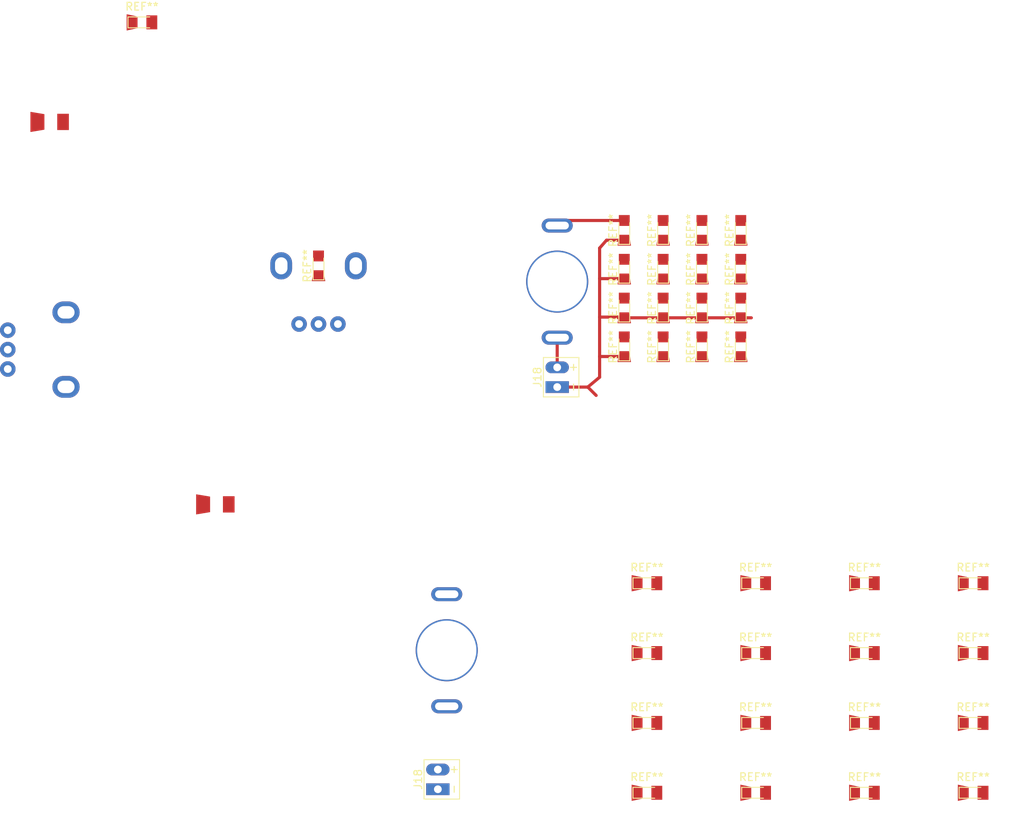
<source format=kicad_pcb>
(kicad_pcb (version 20171130) (host pcbnew 5.1.5-52549c5~84~ubuntu16.04.1)

  (general
    (thickness 1.6)
    (drawings 0)
    (tracks 22)
    (zones 0)
    (modules 42)
    (nets 1)
  )

  (page A4)
  (layers
    (0 F.Cu signal)
    (31 B.Cu signal)
    (32 B.Adhes user)
    (33 F.Adhes user)
    (34 B.Paste user)
    (35 F.Paste user)
    (36 B.SilkS user)
    (37 F.SilkS user)
    (38 B.Mask user)
    (39 F.Mask user)
    (40 Dwgs.User user)
    (41 Cmts.User user)
    (42 Eco1.User user)
    (43 Eco2.User user)
    (44 Edge.Cuts user)
    (45 Margin user)
    (46 B.CrtYd user)
    (47 F.CrtYd user)
    (48 B.Fab user)
    (49 F.Fab user)
  )

  (setup
    (last_trace_width 0.4)
    (trace_clearance 0.2)
    (zone_clearance 0.508)
    (zone_45_only no)
    (trace_min 0.2)
    (via_size 0.8)
    (via_drill 0.4)
    (via_min_size 0.4)
    (via_min_drill 0.3)
    (uvia_size 0.3)
    (uvia_drill 0.1)
    (uvias_allowed no)
    (uvia_min_size 0.2)
    (uvia_min_drill 0.1)
    (edge_width 0.05)
    (segment_width 0.2)
    (pcb_text_width 0.3)
    (pcb_text_size 1.5 1.5)
    (mod_edge_width 0.12)
    (mod_text_size 1 1)
    (mod_text_width 0.15)
    (pad_size 4 1.8)
    (pad_drill 3)
    (pad_to_mask_clearance 0.051)
    (solder_mask_min_width 0.25)
    (aux_axis_origin 0 0)
    (visible_elements FFFFFF7F)
    (pcbplotparams
      (layerselection 0x010fc_ffffffff)
      (usegerberextensions false)
      (usegerberattributes false)
      (usegerberadvancedattributes false)
      (creategerberjobfile false)
      (excludeedgelayer true)
      (linewidth 0.100000)
      (plotframeref false)
      (viasonmask false)
      (mode 1)
      (useauxorigin false)
      (hpglpennumber 1)
      (hpglpenspeed 20)
      (hpglpendiameter 15.000000)
      (psnegative false)
      (psa4output false)
      (plotreference true)
      (plotvalue true)
      (plotinvisibletext false)
      (padsonsilk false)
      (subtractmaskfromsilk false)
      (outputformat 1)
      (mirror false)
      (drillshape 1)
      (scaleselection 1)
      (outputdirectory ""))
  )

  (net 0 "")

  (net_class Default "This is the default net class."
    (clearance 0.2)
    (trace_width 0.4)
    (via_dia 0.8)
    (via_drill 0.4)
    (uvia_dia 0.3)
    (uvia_drill 0.1)
  )

  (module 8Bit-WSK_Mixtape:Bat_connector (layer F.Cu) (tedit 5B4B0084) (tstamp 5E590440)
    (at 147.574 127 90)
    (fp_text reference J18 (at 1.27 -2.54 90) (layer F.SilkS)
      (effects (font (size 1 1) (thickness 0.15)))
    )
    (fp_text value Con_3-5V (at 1.27 3.81 90) (layer F.Fab)
      (effects (font (size 1 1) (thickness 0.15)))
    )
    (fp_text user + (at 2.54 2.032 90) (layer F.SilkS)
      (effects (font (size 1 1) (thickness 0.15)))
    )
    (fp_text user - (at 0 2.032 90) (layer F.SilkS)
      (effects (font (size 1 1) (thickness 0.15)))
    )
    (fp_line (start 3.81 2.794) (end -1.27 2.794) (layer F.SilkS) (width 0.12))
    (fp_line (start -1.27 -1.778) (end 3.81 -1.778) (layer F.SilkS) (width 0.12))
    (fp_line (start -1.27 -1.778) (end -1.27 2.794) (layer F.SilkS) (width 0.12))
    (fp_line (start 3.81 -1.778) (end 3.81 2.794) (layer F.SilkS) (width 0.12))
    (fp_line (start -1.524 -2.032) (end 4.064 -2.032) (layer F.CrtYd) (width 0.05))
    (fp_line (start -1.524 -2.032) (end -1.524 3.048) (layer F.CrtYd) (width 0.05))
    (fp_line (start 4.064 3.048) (end 4.064 -2.032) (layer F.CrtYd) (width 0.05))
    (fp_line (start 4.064 3.048) (end -1.524 3.048) (layer F.CrtYd) (width 0.05))
    (pad 1 thru_hole rect (at 0 0 90) (size 1.51 3.01) (drill 1) (layers *.Cu *.Mask))
    (pad 2 thru_hole oval (at 2.54 0 90) (size 1.51 3.01) (drill 1) (layers *.Cu *.Mask))
  )

  (module 8Bitmixtape_reworked:Push_SWITCH_hole (layer F.Cu) (tedit 5DDD937B) (tstamp 5E5903BB)
    (at 148.717 109.093 180)
    (attr virtual)
    (fp_text reference SW1 (at -3.048 -3.556 90) (layer Eco2.User)
      (effects (font (size 1 1) (thickness 0.1778)))
    )
    (fp_text value SW_Push (at 5.08 0 90) (layer Eco2.User)
      (effects (font (size 1 1) (thickness 0.1778)))
    )
    (fp_line (start -4.064 5.334) (end -3.048 6.35) (layer Eco2.User) (width 0.15))
    (fp_line (start 4.064 5.334) (end 3.048 6.35) (layer Eco2.User) (width 0.15))
    (fp_line (start 3.302 -6.35) (end 4.064 -5.588) (layer Eco2.User) (width 0.15))
    (fp_line (start -3.302 -6.35) (end -4.064 -5.588) (layer Eco2.User) (width 0.15))
    (fp_circle (center 0 0) (end -1.524 1.778) (layer Eco2.User) (width 0.15))
    (fp_circle (center 0 0) (end -1.27 2.794) (layer Dwgs.User) (width 0.15))
    (fp_line (start 3.302 -6.35) (end 1.74752 -6.35) (layer Eco2.User) (width 0.2032))
    (fp_line (start -4.064 -5.588) (end -4.064 5.334) (layer Eco2.User) (width 0.2032))
    (fp_line (start 4.064 5.334) (end 4.064 -5.588) (layer Eco2.User) (width 0.2032))
    (fp_line (start -1.778 6.35) (end -3.048 6.35) (layer Eco2.User) (width 0.2032))
    (fp_line (start -1.74752 -6.35) (end -3.302 -6.35) (layer Eco2.User) (width 0.2032))
    (fp_line (start 3.048 6.35) (end 1.74752 6.35) (layer Eco2.User) (width 0.2032))
    (pad 1 thru_hole oval (at 0 -7.22 180) (size 4 1.8) (drill oval 3 1) (layers *.Cu *.Mask)
      (solder_mask_margin 0.01))
    (pad 2 thru_hole oval (at 0 7.22 180) (size 4 1.8) (drill oval 3 1) (layers *.Cu *.Mask)
      (solder_mask_margin 0.01))
    (pad "" thru_hole circle (at 0 0 180) (size 8 8) (drill 7.62) (layers *.Cu *.Mask)
      (solder_mask_margin 0.01) (solder_paste_margin -0.01) (clearance 0.01))
  )

  (module SGMK_BlinkeShit3000:RGB-CheesySlow (layer F.Cu) (tedit 5DDD8E5F) (tstamp 5E590356)
    (at 216.498 127.457)
    (descr "LED 0805 smd package")
    (tags "LED led 0805 SMD smd SMT smt smdled SMDLED smtled SMTLED")
    (attr smd)
    (fp_text reference REF** (at 0 -2.032) (layer F.SilkS)
      (effects (font (size 1 1) (thickness 0.15)))
    )
    (fp_text value RGB-CheesySlow (at 0 1.778) (layer F.Fab)
      (effects (font (size 1 1) (thickness 0.15)))
    )
    (fp_line (start -1.8 -0.7) (end -1.8 0.7) (layer F.SilkS) (width 0.12))
    (fp_line (start -0.4 -0.4) (end -0.4 0.4) (layer F.Fab) (width 0.1))
    (fp_line (start -0.4 0) (end 0.2 -0.4) (layer F.Fab) (width 0.1))
    (fp_line (start 0.2 0.4) (end -0.4 0) (layer F.Fab) (width 0.1))
    (fp_line (start 0.2 -0.4) (end 0.2 0.4) (layer F.Fab) (width 0.1))
    (fp_line (start 1 0.6) (end -1 0.6) (layer F.Fab) (width 0.1))
    (fp_line (start 1 -0.6) (end 1 0.6) (layer F.Fab) (width 0.1))
    (fp_line (start -1 -0.6) (end 1 -0.6) (layer F.Fab) (width 0.1))
    (fp_line (start -1 0.6) (end -1 -0.6) (layer F.Fab) (width 0.1))
    (fp_line (start -1.8 0.7) (end 1 0.7) (layer F.SilkS) (width 0.12))
    (fp_line (start -1.8 -0.7) (end 1 -0.7) (layer F.SilkS) (width 0.12))
    (fp_line (start 1.95 -0.85) (end 1.95 0.85) (layer F.CrtYd) (width 0.05))
    (fp_line (start 1.95 0.85) (end -1.95 0.85) (layer F.CrtYd) (width 0.05))
    (fp_line (start -1.95 0.85) (end -1.95 -0.85) (layer F.CrtYd) (width 0.05))
    (fp_line (start -1.95 -0.85) (end 1.95 -0.85) (layer F.CrtYd) (width 0.05))
    (fp_text user %R (at 0 -1.25) (layer F.Fab)
      (effects (font (size 0.4 0.4) (thickness 0.1)))
    )
    (pad 2 smd rect (at 1.27 0 180) (size 1.4 1.8) (layers F.Cu F.Paste F.Mask))
    (pad 1 smd trapezoid (at -1.27 0 180) (size 1.4 1.8) (rect_delta -0.3 0 ) (layers F.Cu F.Paste F.Mask))
    (model ${KISYS3DMOD}/LEDs.3dshapes/LED_0805.wrl
      (at (xyz 0 0 0))
      (scale (xyz 1 1 1))
      (rotate (xyz 0 0 180))
    )
  )

  (module SGMK_BlinkeShit3000:RGB-CheesySlow (layer F.Cu) (tedit 5DDD8E5F) (tstamp 5E59032C)
    (at 202.498 127.457)
    (descr "LED 0805 smd package")
    (tags "LED led 0805 SMD smd SMT smt smdled SMDLED smtled SMTLED")
    (attr smd)
    (fp_text reference REF** (at 0 -2.032) (layer F.SilkS)
      (effects (font (size 1 1) (thickness 0.15)))
    )
    (fp_text value RGB-CheesySlow (at 0 1.778) (layer F.Fab)
      (effects (font (size 1 1) (thickness 0.15)))
    )
    (fp_line (start -1.8 -0.7) (end -1.8 0.7) (layer F.SilkS) (width 0.12))
    (fp_line (start -0.4 -0.4) (end -0.4 0.4) (layer F.Fab) (width 0.1))
    (fp_line (start -0.4 0) (end 0.2 -0.4) (layer F.Fab) (width 0.1))
    (fp_line (start 0.2 0.4) (end -0.4 0) (layer F.Fab) (width 0.1))
    (fp_line (start 0.2 -0.4) (end 0.2 0.4) (layer F.Fab) (width 0.1))
    (fp_line (start 1 0.6) (end -1 0.6) (layer F.Fab) (width 0.1))
    (fp_line (start 1 -0.6) (end 1 0.6) (layer F.Fab) (width 0.1))
    (fp_line (start -1 -0.6) (end 1 -0.6) (layer F.Fab) (width 0.1))
    (fp_line (start -1 0.6) (end -1 -0.6) (layer F.Fab) (width 0.1))
    (fp_line (start -1.8 0.7) (end 1 0.7) (layer F.SilkS) (width 0.12))
    (fp_line (start -1.8 -0.7) (end 1 -0.7) (layer F.SilkS) (width 0.12))
    (fp_line (start 1.95 -0.85) (end 1.95 0.85) (layer F.CrtYd) (width 0.05))
    (fp_line (start 1.95 0.85) (end -1.95 0.85) (layer F.CrtYd) (width 0.05))
    (fp_line (start -1.95 0.85) (end -1.95 -0.85) (layer F.CrtYd) (width 0.05))
    (fp_line (start -1.95 -0.85) (end 1.95 -0.85) (layer F.CrtYd) (width 0.05))
    (fp_text user %R (at 0 -1.25) (layer F.Fab)
      (effects (font (size 0.4 0.4) (thickness 0.1)))
    )
    (pad 2 smd rect (at 1.27 0 180) (size 1.4 1.8) (layers F.Cu F.Paste F.Mask))
    (pad 1 smd trapezoid (at -1.27 0 180) (size 1.4 1.8) (rect_delta -0.3 0 ) (layers F.Cu F.Paste F.Mask))
    (model ${KISYS3DMOD}/LEDs.3dshapes/LED_0805.wrl
      (at (xyz 0 0 0))
      (scale (xyz 1 1 1))
      (rotate (xyz 0 0 180))
    )
  )

  (module SGMK_BlinkeShit3000:RGB-CheesySlow (layer F.Cu) (tedit 5DDD8E5F) (tstamp 5E590302)
    (at 188.498 127.457)
    (descr "LED 0805 smd package")
    (tags "LED led 0805 SMD smd SMT smt smdled SMDLED smtled SMTLED")
    (attr smd)
    (fp_text reference REF** (at 0 -2.032) (layer F.SilkS)
      (effects (font (size 1 1) (thickness 0.15)))
    )
    (fp_text value RGB-CheesySlow (at 0 1.778) (layer F.Fab)
      (effects (font (size 1 1) (thickness 0.15)))
    )
    (fp_line (start -1.8 -0.7) (end -1.8 0.7) (layer F.SilkS) (width 0.12))
    (fp_line (start -0.4 -0.4) (end -0.4 0.4) (layer F.Fab) (width 0.1))
    (fp_line (start -0.4 0) (end 0.2 -0.4) (layer F.Fab) (width 0.1))
    (fp_line (start 0.2 0.4) (end -0.4 0) (layer F.Fab) (width 0.1))
    (fp_line (start 0.2 -0.4) (end 0.2 0.4) (layer F.Fab) (width 0.1))
    (fp_line (start 1 0.6) (end -1 0.6) (layer F.Fab) (width 0.1))
    (fp_line (start 1 -0.6) (end 1 0.6) (layer F.Fab) (width 0.1))
    (fp_line (start -1 -0.6) (end 1 -0.6) (layer F.Fab) (width 0.1))
    (fp_line (start -1 0.6) (end -1 -0.6) (layer F.Fab) (width 0.1))
    (fp_line (start -1.8 0.7) (end 1 0.7) (layer F.SilkS) (width 0.12))
    (fp_line (start -1.8 -0.7) (end 1 -0.7) (layer F.SilkS) (width 0.12))
    (fp_line (start 1.95 -0.85) (end 1.95 0.85) (layer F.CrtYd) (width 0.05))
    (fp_line (start 1.95 0.85) (end -1.95 0.85) (layer F.CrtYd) (width 0.05))
    (fp_line (start -1.95 0.85) (end -1.95 -0.85) (layer F.CrtYd) (width 0.05))
    (fp_line (start -1.95 -0.85) (end 1.95 -0.85) (layer F.CrtYd) (width 0.05))
    (fp_text user %R (at 0 -1.25) (layer F.Fab)
      (effects (font (size 0.4 0.4) (thickness 0.1)))
    )
    (pad 2 smd rect (at 1.27 0 180) (size 1.4 1.8) (layers F.Cu F.Paste F.Mask))
    (pad 1 smd trapezoid (at -1.27 0 180) (size 1.4 1.8) (rect_delta -0.3 0 ) (layers F.Cu F.Paste F.Mask))
    (model ${KISYS3DMOD}/LEDs.3dshapes/LED_0805.wrl
      (at (xyz 0 0 0))
      (scale (xyz 1 1 1))
      (rotate (xyz 0 0 180))
    )
  )

  (module SGMK_BlinkeShit3000:RGB-CheesySlow (layer F.Cu) (tedit 5DDD8E5F) (tstamp 5E5902D8)
    (at 174.498 127.457)
    (descr "LED 0805 smd package")
    (tags "LED led 0805 SMD smd SMT smt smdled SMDLED smtled SMTLED")
    (attr smd)
    (fp_text reference REF** (at 0 -2.032) (layer F.SilkS)
      (effects (font (size 1 1) (thickness 0.15)))
    )
    (fp_text value RGB-CheesySlow (at 0 1.778) (layer F.Fab)
      (effects (font (size 1 1) (thickness 0.15)))
    )
    (fp_line (start -1.8 -0.7) (end -1.8 0.7) (layer F.SilkS) (width 0.12))
    (fp_line (start -0.4 -0.4) (end -0.4 0.4) (layer F.Fab) (width 0.1))
    (fp_line (start -0.4 0) (end 0.2 -0.4) (layer F.Fab) (width 0.1))
    (fp_line (start 0.2 0.4) (end -0.4 0) (layer F.Fab) (width 0.1))
    (fp_line (start 0.2 -0.4) (end 0.2 0.4) (layer F.Fab) (width 0.1))
    (fp_line (start 1 0.6) (end -1 0.6) (layer F.Fab) (width 0.1))
    (fp_line (start 1 -0.6) (end 1 0.6) (layer F.Fab) (width 0.1))
    (fp_line (start -1 -0.6) (end 1 -0.6) (layer F.Fab) (width 0.1))
    (fp_line (start -1 0.6) (end -1 -0.6) (layer F.Fab) (width 0.1))
    (fp_line (start -1.8 0.7) (end 1 0.7) (layer F.SilkS) (width 0.12))
    (fp_line (start -1.8 -0.7) (end 1 -0.7) (layer F.SilkS) (width 0.12))
    (fp_line (start 1.95 -0.85) (end 1.95 0.85) (layer F.CrtYd) (width 0.05))
    (fp_line (start 1.95 0.85) (end -1.95 0.85) (layer F.CrtYd) (width 0.05))
    (fp_line (start -1.95 0.85) (end -1.95 -0.85) (layer F.CrtYd) (width 0.05))
    (fp_line (start -1.95 -0.85) (end 1.95 -0.85) (layer F.CrtYd) (width 0.05))
    (fp_text user %R (at 0 -1.25) (layer F.Fab)
      (effects (font (size 0.4 0.4) (thickness 0.1)))
    )
    (pad 2 smd rect (at 1.27 0 180) (size 1.4 1.8) (layers F.Cu F.Paste F.Mask))
    (pad 1 smd trapezoid (at -1.27 0 180) (size 1.4 1.8) (rect_delta -0.3 0 ) (layers F.Cu F.Paste F.Mask))
    (model ${KISYS3DMOD}/LEDs.3dshapes/LED_0805.wrl
      (at (xyz 0 0 0))
      (scale (xyz 1 1 1))
      (rotate (xyz 0 0 180))
    )
  )

  (module SGMK_BlinkeShit3000:RGB-CheesySlow (layer F.Cu) (tedit 5DDD8E5F) (tstamp 5E5902AE)
    (at 216.498 118.457)
    (descr "LED 0805 smd package")
    (tags "LED led 0805 SMD smd SMT smt smdled SMDLED smtled SMTLED")
    (attr smd)
    (fp_text reference REF** (at 0 -2.032) (layer F.SilkS)
      (effects (font (size 1 1) (thickness 0.15)))
    )
    (fp_text value RGB-CheesySlow (at 0 1.778) (layer F.Fab)
      (effects (font (size 1 1) (thickness 0.15)))
    )
    (fp_line (start -1.8 -0.7) (end -1.8 0.7) (layer F.SilkS) (width 0.12))
    (fp_line (start -0.4 -0.4) (end -0.4 0.4) (layer F.Fab) (width 0.1))
    (fp_line (start -0.4 0) (end 0.2 -0.4) (layer F.Fab) (width 0.1))
    (fp_line (start 0.2 0.4) (end -0.4 0) (layer F.Fab) (width 0.1))
    (fp_line (start 0.2 -0.4) (end 0.2 0.4) (layer F.Fab) (width 0.1))
    (fp_line (start 1 0.6) (end -1 0.6) (layer F.Fab) (width 0.1))
    (fp_line (start 1 -0.6) (end 1 0.6) (layer F.Fab) (width 0.1))
    (fp_line (start -1 -0.6) (end 1 -0.6) (layer F.Fab) (width 0.1))
    (fp_line (start -1 0.6) (end -1 -0.6) (layer F.Fab) (width 0.1))
    (fp_line (start -1.8 0.7) (end 1 0.7) (layer F.SilkS) (width 0.12))
    (fp_line (start -1.8 -0.7) (end 1 -0.7) (layer F.SilkS) (width 0.12))
    (fp_line (start 1.95 -0.85) (end 1.95 0.85) (layer F.CrtYd) (width 0.05))
    (fp_line (start 1.95 0.85) (end -1.95 0.85) (layer F.CrtYd) (width 0.05))
    (fp_line (start -1.95 0.85) (end -1.95 -0.85) (layer F.CrtYd) (width 0.05))
    (fp_line (start -1.95 -0.85) (end 1.95 -0.85) (layer F.CrtYd) (width 0.05))
    (fp_text user %R (at 0 -1.25) (layer F.Fab)
      (effects (font (size 0.4 0.4) (thickness 0.1)))
    )
    (pad 2 smd rect (at 1.27 0 180) (size 1.4 1.8) (layers F.Cu F.Paste F.Mask))
    (pad 1 smd trapezoid (at -1.27 0 180) (size 1.4 1.8) (rect_delta -0.3 0 ) (layers F.Cu F.Paste F.Mask))
    (model ${KISYS3DMOD}/LEDs.3dshapes/LED_0805.wrl
      (at (xyz 0 0 0))
      (scale (xyz 1 1 1))
      (rotate (xyz 0 0 180))
    )
  )

  (module SGMK_BlinkeShit3000:RGB-CheesySlow (layer F.Cu) (tedit 5DDD8E5F) (tstamp 5E590284)
    (at 202.498 118.457)
    (descr "LED 0805 smd package")
    (tags "LED led 0805 SMD smd SMT smt smdled SMDLED smtled SMTLED")
    (attr smd)
    (fp_text reference REF** (at 0 -2.032) (layer F.SilkS)
      (effects (font (size 1 1) (thickness 0.15)))
    )
    (fp_text value RGB-CheesySlow (at 0 1.778) (layer F.Fab)
      (effects (font (size 1 1) (thickness 0.15)))
    )
    (fp_line (start -1.8 -0.7) (end -1.8 0.7) (layer F.SilkS) (width 0.12))
    (fp_line (start -0.4 -0.4) (end -0.4 0.4) (layer F.Fab) (width 0.1))
    (fp_line (start -0.4 0) (end 0.2 -0.4) (layer F.Fab) (width 0.1))
    (fp_line (start 0.2 0.4) (end -0.4 0) (layer F.Fab) (width 0.1))
    (fp_line (start 0.2 -0.4) (end 0.2 0.4) (layer F.Fab) (width 0.1))
    (fp_line (start 1 0.6) (end -1 0.6) (layer F.Fab) (width 0.1))
    (fp_line (start 1 -0.6) (end 1 0.6) (layer F.Fab) (width 0.1))
    (fp_line (start -1 -0.6) (end 1 -0.6) (layer F.Fab) (width 0.1))
    (fp_line (start -1 0.6) (end -1 -0.6) (layer F.Fab) (width 0.1))
    (fp_line (start -1.8 0.7) (end 1 0.7) (layer F.SilkS) (width 0.12))
    (fp_line (start -1.8 -0.7) (end 1 -0.7) (layer F.SilkS) (width 0.12))
    (fp_line (start 1.95 -0.85) (end 1.95 0.85) (layer F.CrtYd) (width 0.05))
    (fp_line (start 1.95 0.85) (end -1.95 0.85) (layer F.CrtYd) (width 0.05))
    (fp_line (start -1.95 0.85) (end -1.95 -0.85) (layer F.CrtYd) (width 0.05))
    (fp_line (start -1.95 -0.85) (end 1.95 -0.85) (layer F.CrtYd) (width 0.05))
    (fp_text user %R (at 0 -1.25) (layer F.Fab)
      (effects (font (size 0.4 0.4) (thickness 0.1)))
    )
    (pad 2 smd rect (at 1.27 0 180) (size 1.4 1.8) (layers F.Cu F.Paste F.Mask))
    (pad 1 smd trapezoid (at -1.27 0 180) (size 1.4 1.8) (rect_delta -0.3 0 ) (layers F.Cu F.Paste F.Mask))
    (model ${KISYS3DMOD}/LEDs.3dshapes/LED_0805.wrl
      (at (xyz 0 0 0))
      (scale (xyz 1 1 1))
      (rotate (xyz 0 0 180))
    )
  )

  (module SGMK_BlinkeShit3000:RGB-CheesySlow (layer F.Cu) (tedit 5DDD8E5F) (tstamp 5E59025A)
    (at 188.498 118.457)
    (descr "LED 0805 smd package")
    (tags "LED led 0805 SMD smd SMT smt smdled SMDLED smtled SMTLED")
    (attr smd)
    (fp_text reference REF** (at 0 -2.032) (layer F.SilkS)
      (effects (font (size 1 1) (thickness 0.15)))
    )
    (fp_text value RGB-CheesySlow (at 0 1.778) (layer F.Fab)
      (effects (font (size 1 1) (thickness 0.15)))
    )
    (fp_line (start -1.8 -0.7) (end -1.8 0.7) (layer F.SilkS) (width 0.12))
    (fp_line (start -0.4 -0.4) (end -0.4 0.4) (layer F.Fab) (width 0.1))
    (fp_line (start -0.4 0) (end 0.2 -0.4) (layer F.Fab) (width 0.1))
    (fp_line (start 0.2 0.4) (end -0.4 0) (layer F.Fab) (width 0.1))
    (fp_line (start 0.2 -0.4) (end 0.2 0.4) (layer F.Fab) (width 0.1))
    (fp_line (start 1 0.6) (end -1 0.6) (layer F.Fab) (width 0.1))
    (fp_line (start 1 -0.6) (end 1 0.6) (layer F.Fab) (width 0.1))
    (fp_line (start -1 -0.6) (end 1 -0.6) (layer F.Fab) (width 0.1))
    (fp_line (start -1 0.6) (end -1 -0.6) (layer F.Fab) (width 0.1))
    (fp_line (start -1.8 0.7) (end 1 0.7) (layer F.SilkS) (width 0.12))
    (fp_line (start -1.8 -0.7) (end 1 -0.7) (layer F.SilkS) (width 0.12))
    (fp_line (start 1.95 -0.85) (end 1.95 0.85) (layer F.CrtYd) (width 0.05))
    (fp_line (start 1.95 0.85) (end -1.95 0.85) (layer F.CrtYd) (width 0.05))
    (fp_line (start -1.95 0.85) (end -1.95 -0.85) (layer F.CrtYd) (width 0.05))
    (fp_line (start -1.95 -0.85) (end 1.95 -0.85) (layer F.CrtYd) (width 0.05))
    (fp_text user %R (at 0 -1.25) (layer F.Fab)
      (effects (font (size 0.4 0.4) (thickness 0.1)))
    )
    (pad 2 smd rect (at 1.27 0 180) (size 1.4 1.8) (layers F.Cu F.Paste F.Mask))
    (pad 1 smd trapezoid (at -1.27 0 180) (size 1.4 1.8) (rect_delta -0.3 0 ) (layers F.Cu F.Paste F.Mask))
    (model ${KISYS3DMOD}/LEDs.3dshapes/LED_0805.wrl
      (at (xyz 0 0 0))
      (scale (xyz 1 1 1))
      (rotate (xyz 0 0 180))
    )
  )

  (module SGMK_BlinkeShit3000:RGB-CheesySlow (layer F.Cu) (tedit 5DDD8E5F) (tstamp 5E590230)
    (at 174.498 118.457)
    (descr "LED 0805 smd package")
    (tags "LED led 0805 SMD smd SMT smt smdled SMDLED smtled SMTLED")
    (attr smd)
    (fp_text reference REF** (at 0 -2.032) (layer F.SilkS)
      (effects (font (size 1 1) (thickness 0.15)))
    )
    (fp_text value RGB-CheesySlow (at 0 1.778) (layer F.Fab)
      (effects (font (size 1 1) (thickness 0.15)))
    )
    (fp_line (start -1.8 -0.7) (end -1.8 0.7) (layer F.SilkS) (width 0.12))
    (fp_line (start -0.4 -0.4) (end -0.4 0.4) (layer F.Fab) (width 0.1))
    (fp_line (start -0.4 0) (end 0.2 -0.4) (layer F.Fab) (width 0.1))
    (fp_line (start 0.2 0.4) (end -0.4 0) (layer F.Fab) (width 0.1))
    (fp_line (start 0.2 -0.4) (end 0.2 0.4) (layer F.Fab) (width 0.1))
    (fp_line (start 1 0.6) (end -1 0.6) (layer F.Fab) (width 0.1))
    (fp_line (start 1 -0.6) (end 1 0.6) (layer F.Fab) (width 0.1))
    (fp_line (start -1 -0.6) (end 1 -0.6) (layer F.Fab) (width 0.1))
    (fp_line (start -1 0.6) (end -1 -0.6) (layer F.Fab) (width 0.1))
    (fp_line (start -1.8 0.7) (end 1 0.7) (layer F.SilkS) (width 0.12))
    (fp_line (start -1.8 -0.7) (end 1 -0.7) (layer F.SilkS) (width 0.12))
    (fp_line (start 1.95 -0.85) (end 1.95 0.85) (layer F.CrtYd) (width 0.05))
    (fp_line (start 1.95 0.85) (end -1.95 0.85) (layer F.CrtYd) (width 0.05))
    (fp_line (start -1.95 0.85) (end -1.95 -0.85) (layer F.CrtYd) (width 0.05))
    (fp_line (start -1.95 -0.85) (end 1.95 -0.85) (layer F.CrtYd) (width 0.05))
    (fp_text user %R (at 0 -1.25) (layer F.Fab)
      (effects (font (size 0.4 0.4) (thickness 0.1)))
    )
    (pad 2 smd rect (at 1.27 0 180) (size 1.4 1.8) (layers F.Cu F.Paste F.Mask))
    (pad 1 smd trapezoid (at -1.27 0 180) (size 1.4 1.8) (rect_delta -0.3 0 ) (layers F.Cu F.Paste F.Mask))
    (model ${KISYS3DMOD}/LEDs.3dshapes/LED_0805.wrl
      (at (xyz 0 0 0))
      (scale (xyz 1 1 1))
      (rotate (xyz 0 0 180))
    )
  )

  (module SGMK_BlinkeShit3000:RGB-CheesySlow (layer F.Cu) (tedit 5DDD8E5F) (tstamp 5E590206)
    (at 216.498 109.457)
    (descr "LED 0805 smd package")
    (tags "LED led 0805 SMD smd SMT smt smdled SMDLED smtled SMTLED")
    (attr smd)
    (fp_text reference REF** (at 0 -2.032) (layer F.SilkS)
      (effects (font (size 1 1) (thickness 0.15)))
    )
    (fp_text value RGB-CheesySlow (at 0 1.778) (layer F.Fab)
      (effects (font (size 1 1) (thickness 0.15)))
    )
    (fp_line (start -1.8 -0.7) (end -1.8 0.7) (layer F.SilkS) (width 0.12))
    (fp_line (start -0.4 -0.4) (end -0.4 0.4) (layer F.Fab) (width 0.1))
    (fp_line (start -0.4 0) (end 0.2 -0.4) (layer F.Fab) (width 0.1))
    (fp_line (start 0.2 0.4) (end -0.4 0) (layer F.Fab) (width 0.1))
    (fp_line (start 0.2 -0.4) (end 0.2 0.4) (layer F.Fab) (width 0.1))
    (fp_line (start 1 0.6) (end -1 0.6) (layer F.Fab) (width 0.1))
    (fp_line (start 1 -0.6) (end 1 0.6) (layer F.Fab) (width 0.1))
    (fp_line (start -1 -0.6) (end 1 -0.6) (layer F.Fab) (width 0.1))
    (fp_line (start -1 0.6) (end -1 -0.6) (layer F.Fab) (width 0.1))
    (fp_line (start -1.8 0.7) (end 1 0.7) (layer F.SilkS) (width 0.12))
    (fp_line (start -1.8 -0.7) (end 1 -0.7) (layer F.SilkS) (width 0.12))
    (fp_line (start 1.95 -0.85) (end 1.95 0.85) (layer F.CrtYd) (width 0.05))
    (fp_line (start 1.95 0.85) (end -1.95 0.85) (layer F.CrtYd) (width 0.05))
    (fp_line (start -1.95 0.85) (end -1.95 -0.85) (layer F.CrtYd) (width 0.05))
    (fp_line (start -1.95 -0.85) (end 1.95 -0.85) (layer F.CrtYd) (width 0.05))
    (fp_text user %R (at 0 -1.25) (layer F.Fab)
      (effects (font (size 0.4 0.4) (thickness 0.1)))
    )
    (pad 2 smd rect (at 1.27 0 180) (size 1.4 1.8) (layers F.Cu F.Paste F.Mask))
    (pad 1 smd trapezoid (at -1.27 0 180) (size 1.4 1.8) (rect_delta -0.3 0 ) (layers F.Cu F.Paste F.Mask))
    (model ${KISYS3DMOD}/LEDs.3dshapes/LED_0805.wrl
      (at (xyz 0 0 0))
      (scale (xyz 1 1 1))
      (rotate (xyz 0 0 180))
    )
  )

  (module SGMK_BlinkeShit3000:RGB-CheesySlow (layer F.Cu) (tedit 5DDD8E5F) (tstamp 5E5901DC)
    (at 202.498 109.457)
    (descr "LED 0805 smd package")
    (tags "LED led 0805 SMD smd SMT smt smdled SMDLED smtled SMTLED")
    (attr smd)
    (fp_text reference REF** (at 0 -2.032) (layer F.SilkS)
      (effects (font (size 1 1) (thickness 0.15)))
    )
    (fp_text value RGB-CheesySlow (at 0 1.778) (layer F.Fab)
      (effects (font (size 1 1) (thickness 0.15)))
    )
    (fp_line (start -1.8 -0.7) (end -1.8 0.7) (layer F.SilkS) (width 0.12))
    (fp_line (start -0.4 -0.4) (end -0.4 0.4) (layer F.Fab) (width 0.1))
    (fp_line (start -0.4 0) (end 0.2 -0.4) (layer F.Fab) (width 0.1))
    (fp_line (start 0.2 0.4) (end -0.4 0) (layer F.Fab) (width 0.1))
    (fp_line (start 0.2 -0.4) (end 0.2 0.4) (layer F.Fab) (width 0.1))
    (fp_line (start 1 0.6) (end -1 0.6) (layer F.Fab) (width 0.1))
    (fp_line (start 1 -0.6) (end 1 0.6) (layer F.Fab) (width 0.1))
    (fp_line (start -1 -0.6) (end 1 -0.6) (layer F.Fab) (width 0.1))
    (fp_line (start -1 0.6) (end -1 -0.6) (layer F.Fab) (width 0.1))
    (fp_line (start -1.8 0.7) (end 1 0.7) (layer F.SilkS) (width 0.12))
    (fp_line (start -1.8 -0.7) (end 1 -0.7) (layer F.SilkS) (width 0.12))
    (fp_line (start 1.95 -0.85) (end 1.95 0.85) (layer F.CrtYd) (width 0.05))
    (fp_line (start 1.95 0.85) (end -1.95 0.85) (layer F.CrtYd) (width 0.05))
    (fp_line (start -1.95 0.85) (end -1.95 -0.85) (layer F.CrtYd) (width 0.05))
    (fp_line (start -1.95 -0.85) (end 1.95 -0.85) (layer F.CrtYd) (width 0.05))
    (fp_text user %R (at 0 -1.25) (layer F.Fab)
      (effects (font (size 0.4 0.4) (thickness 0.1)))
    )
    (pad 2 smd rect (at 1.27 0 180) (size 1.4 1.8) (layers F.Cu F.Paste F.Mask))
    (pad 1 smd trapezoid (at -1.27 0 180) (size 1.4 1.8) (rect_delta -0.3 0 ) (layers F.Cu F.Paste F.Mask))
    (model ${KISYS3DMOD}/LEDs.3dshapes/LED_0805.wrl
      (at (xyz 0 0 0))
      (scale (xyz 1 1 1))
      (rotate (xyz 0 0 180))
    )
  )

  (module SGMK_BlinkeShit3000:RGB-CheesySlow (layer F.Cu) (tedit 5DDD8E5F) (tstamp 5E5901B2)
    (at 188.498 109.457)
    (descr "LED 0805 smd package")
    (tags "LED led 0805 SMD smd SMT smt smdled SMDLED smtled SMTLED")
    (attr smd)
    (fp_text reference REF** (at 0 -2.032) (layer F.SilkS)
      (effects (font (size 1 1) (thickness 0.15)))
    )
    (fp_text value RGB-CheesySlow (at 0 1.778) (layer F.Fab)
      (effects (font (size 1 1) (thickness 0.15)))
    )
    (fp_line (start -1.8 -0.7) (end -1.8 0.7) (layer F.SilkS) (width 0.12))
    (fp_line (start -0.4 -0.4) (end -0.4 0.4) (layer F.Fab) (width 0.1))
    (fp_line (start -0.4 0) (end 0.2 -0.4) (layer F.Fab) (width 0.1))
    (fp_line (start 0.2 0.4) (end -0.4 0) (layer F.Fab) (width 0.1))
    (fp_line (start 0.2 -0.4) (end 0.2 0.4) (layer F.Fab) (width 0.1))
    (fp_line (start 1 0.6) (end -1 0.6) (layer F.Fab) (width 0.1))
    (fp_line (start 1 -0.6) (end 1 0.6) (layer F.Fab) (width 0.1))
    (fp_line (start -1 -0.6) (end 1 -0.6) (layer F.Fab) (width 0.1))
    (fp_line (start -1 0.6) (end -1 -0.6) (layer F.Fab) (width 0.1))
    (fp_line (start -1.8 0.7) (end 1 0.7) (layer F.SilkS) (width 0.12))
    (fp_line (start -1.8 -0.7) (end 1 -0.7) (layer F.SilkS) (width 0.12))
    (fp_line (start 1.95 -0.85) (end 1.95 0.85) (layer F.CrtYd) (width 0.05))
    (fp_line (start 1.95 0.85) (end -1.95 0.85) (layer F.CrtYd) (width 0.05))
    (fp_line (start -1.95 0.85) (end -1.95 -0.85) (layer F.CrtYd) (width 0.05))
    (fp_line (start -1.95 -0.85) (end 1.95 -0.85) (layer F.CrtYd) (width 0.05))
    (fp_text user %R (at 0 -1.25) (layer F.Fab)
      (effects (font (size 0.4 0.4) (thickness 0.1)))
    )
    (pad 2 smd rect (at 1.27 0 180) (size 1.4 1.8) (layers F.Cu F.Paste F.Mask))
    (pad 1 smd trapezoid (at -1.27 0 180) (size 1.4 1.8) (rect_delta -0.3 0 ) (layers F.Cu F.Paste F.Mask))
    (model ${KISYS3DMOD}/LEDs.3dshapes/LED_0805.wrl
      (at (xyz 0 0 0))
      (scale (xyz 1 1 1))
      (rotate (xyz 0 0 180))
    )
  )

  (module SGMK_BlinkeShit3000:RGB-CheesySlow (layer F.Cu) (tedit 5DDD8E5F) (tstamp 5E590188)
    (at 174.498 109.457)
    (descr "LED 0805 smd package")
    (tags "LED led 0805 SMD smd SMT smt smdled SMDLED smtled SMTLED")
    (attr smd)
    (fp_text reference REF** (at 0 -2.032) (layer F.SilkS)
      (effects (font (size 1 1) (thickness 0.15)))
    )
    (fp_text value RGB-CheesySlow (at 0 1.778) (layer F.Fab)
      (effects (font (size 1 1) (thickness 0.15)))
    )
    (fp_line (start -1.8 -0.7) (end -1.8 0.7) (layer F.SilkS) (width 0.12))
    (fp_line (start -0.4 -0.4) (end -0.4 0.4) (layer F.Fab) (width 0.1))
    (fp_line (start -0.4 0) (end 0.2 -0.4) (layer F.Fab) (width 0.1))
    (fp_line (start 0.2 0.4) (end -0.4 0) (layer F.Fab) (width 0.1))
    (fp_line (start 0.2 -0.4) (end 0.2 0.4) (layer F.Fab) (width 0.1))
    (fp_line (start 1 0.6) (end -1 0.6) (layer F.Fab) (width 0.1))
    (fp_line (start 1 -0.6) (end 1 0.6) (layer F.Fab) (width 0.1))
    (fp_line (start -1 -0.6) (end 1 -0.6) (layer F.Fab) (width 0.1))
    (fp_line (start -1 0.6) (end -1 -0.6) (layer F.Fab) (width 0.1))
    (fp_line (start -1.8 0.7) (end 1 0.7) (layer F.SilkS) (width 0.12))
    (fp_line (start -1.8 -0.7) (end 1 -0.7) (layer F.SilkS) (width 0.12))
    (fp_line (start 1.95 -0.85) (end 1.95 0.85) (layer F.CrtYd) (width 0.05))
    (fp_line (start 1.95 0.85) (end -1.95 0.85) (layer F.CrtYd) (width 0.05))
    (fp_line (start -1.95 0.85) (end -1.95 -0.85) (layer F.CrtYd) (width 0.05))
    (fp_line (start -1.95 -0.85) (end 1.95 -0.85) (layer F.CrtYd) (width 0.05))
    (fp_text user %R (at 0 -1.25) (layer F.Fab)
      (effects (font (size 0.4 0.4) (thickness 0.1)))
    )
    (pad 2 smd rect (at 1.27 0 180) (size 1.4 1.8) (layers F.Cu F.Paste F.Mask))
    (pad 1 smd trapezoid (at -1.27 0 180) (size 1.4 1.8) (rect_delta -0.3 0 ) (layers F.Cu F.Paste F.Mask))
    (model ${KISYS3DMOD}/LEDs.3dshapes/LED_0805.wrl
      (at (xyz 0 0 0))
      (scale (xyz 1 1 1))
      (rotate (xyz 0 0 180))
    )
  )

  (module SGMK_BlinkeShit3000:RGB-CheesySlow (layer F.Cu) (tedit 5DDD8E5F) (tstamp 5E59015E)
    (at 216.498 100.457)
    (descr "LED 0805 smd package")
    (tags "LED led 0805 SMD smd SMT smt smdled SMDLED smtled SMTLED")
    (attr smd)
    (fp_text reference REF** (at 0 -2.032) (layer F.SilkS)
      (effects (font (size 1 1) (thickness 0.15)))
    )
    (fp_text value RGB-CheesySlow (at 0 1.778) (layer F.Fab)
      (effects (font (size 1 1) (thickness 0.15)))
    )
    (fp_line (start -1.8 -0.7) (end -1.8 0.7) (layer F.SilkS) (width 0.12))
    (fp_line (start -0.4 -0.4) (end -0.4 0.4) (layer F.Fab) (width 0.1))
    (fp_line (start -0.4 0) (end 0.2 -0.4) (layer F.Fab) (width 0.1))
    (fp_line (start 0.2 0.4) (end -0.4 0) (layer F.Fab) (width 0.1))
    (fp_line (start 0.2 -0.4) (end 0.2 0.4) (layer F.Fab) (width 0.1))
    (fp_line (start 1 0.6) (end -1 0.6) (layer F.Fab) (width 0.1))
    (fp_line (start 1 -0.6) (end 1 0.6) (layer F.Fab) (width 0.1))
    (fp_line (start -1 -0.6) (end 1 -0.6) (layer F.Fab) (width 0.1))
    (fp_line (start -1 0.6) (end -1 -0.6) (layer F.Fab) (width 0.1))
    (fp_line (start -1.8 0.7) (end 1 0.7) (layer F.SilkS) (width 0.12))
    (fp_line (start -1.8 -0.7) (end 1 -0.7) (layer F.SilkS) (width 0.12))
    (fp_line (start 1.95 -0.85) (end 1.95 0.85) (layer F.CrtYd) (width 0.05))
    (fp_line (start 1.95 0.85) (end -1.95 0.85) (layer F.CrtYd) (width 0.05))
    (fp_line (start -1.95 0.85) (end -1.95 -0.85) (layer F.CrtYd) (width 0.05))
    (fp_line (start -1.95 -0.85) (end 1.95 -0.85) (layer F.CrtYd) (width 0.05))
    (fp_text user %R (at 0 -1.25) (layer F.Fab)
      (effects (font (size 0.4 0.4) (thickness 0.1)))
    )
    (pad 2 smd rect (at 1.27 0 180) (size 1.4 1.8) (layers F.Cu F.Paste F.Mask))
    (pad 1 smd trapezoid (at -1.27 0 180) (size 1.4 1.8) (rect_delta -0.3 0 ) (layers F.Cu F.Paste F.Mask))
    (model ${KISYS3DMOD}/LEDs.3dshapes/LED_0805.wrl
      (at (xyz 0 0 0))
      (scale (xyz 1 1 1))
      (rotate (xyz 0 0 180))
    )
  )

  (module SGMK_BlinkeShit3000:RGB-CheesySlow (layer F.Cu) (tedit 5DDD8E5F) (tstamp 5E590134)
    (at 202.498 100.457)
    (descr "LED 0805 smd package")
    (tags "LED led 0805 SMD smd SMT smt smdled SMDLED smtled SMTLED")
    (attr smd)
    (fp_text reference REF** (at 0 -2.032) (layer F.SilkS)
      (effects (font (size 1 1) (thickness 0.15)))
    )
    (fp_text value RGB-CheesySlow (at 0 1.778) (layer F.Fab)
      (effects (font (size 1 1) (thickness 0.15)))
    )
    (fp_line (start -1.8 -0.7) (end -1.8 0.7) (layer F.SilkS) (width 0.12))
    (fp_line (start -0.4 -0.4) (end -0.4 0.4) (layer F.Fab) (width 0.1))
    (fp_line (start -0.4 0) (end 0.2 -0.4) (layer F.Fab) (width 0.1))
    (fp_line (start 0.2 0.4) (end -0.4 0) (layer F.Fab) (width 0.1))
    (fp_line (start 0.2 -0.4) (end 0.2 0.4) (layer F.Fab) (width 0.1))
    (fp_line (start 1 0.6) (end -1 0.6) (layer F.Fab) (width 0.1))
    (fp_line (start 1 -0.6) (end 1 0.6) (layer F.Fab) (width 0.1))
    (fp_line (start -1 -0.6) (end 1 -0.6) (layer F.Fab) (width 0.1))
    (fp_line (start -1 0.6) (end -1 -0.6) (layer F.Fab) (width 0.1))
    (fp_line (start -1.8 0.7) (end 1 0.7) (layer F.SilkS) (width 0.12))
    (fp_line (start -1.8 -0.7) (end 1 -0.7) (layer F.SilkS) (width 0.12))
    (fp_line (start 1.95 -0.85) (end 1.95 0.85) (layer F.CrtYd) (width 0.05))
    (fp_line (start 1.95 0.85) (end -1.95 0.85) (layer F.CrtYd) (width 0.05))
    (fp_line (start -1.95 0.85) (end -1.95 -0.85) (layer F.CrtYd) (width 0.05))
    (fp_line (start -1.95 -0.85) (end 1.95 -0.85) (layer F.CrtYd) (width 0.05))
    (fp_text user %R (at 0 -1.25) (layer F.Fab)
      (effects (font (size 0.4 0.4) (thickness 0.1)))
    )
    (pad 2 smd rect (at 1.27 0 180) (size 1.4 1.8) (layers F.Cu F.Paste F.Mask))
    (pad 1 smd trapezoid (at -1.27 0 180) (size 1.4 1.8) (rect_delta -0.3 0 ) (layers F.Cu F.Paste F.Mask))
    (model ${KISYS3DMOD}/LEDs.3dshapes/LED_0805.wrl
      (at (xyz 0 0 0))
      (scale (xyz 1 1 1))
      (rotate (xyz 0 0 180))
    )
  )

  (module SGMK_BlinkeShit3000:RGB-CheesySlow (layer F.Cu) (tedit 5DDD8E5F) (tstamp 5E59010A)
    (at 188.498 100.457)
    (descr "LED 0805 smd package")
    (tags "LED led 0805 SMD smd SMT smt smdled SMDLED smtled SMTLED")
    (attr smd)
    (fp_text reference REF** (at 0 -2.032) (layer F.SilkS)
      (effects (font (size 1 1) (thickness 0.15)))
    )
    (fp_text value RGB-CheesySlow (at 0 1.778) (layer F.Fab)
      (effects (font (size 1 1) (thickness 0.15)))
    )
    (fp_line (start -1.8 -0.7) (end -1.8 0.7) (layer F.SilkS) (width 0.12))
    (fp_line (start -0.4 -0.4) (end -0.4 0.4) (layer F.Fab) (width 0.1))
    (fp_line (start -0.4 0) (end 0.2 -0.4) (layer F.Fab) (width 0.1))
    (fp_line (start 0.2 0.4) (end -0.4 0) (layer F.Fab) (width 0.1))
    (fp_line (start 0.2 -0.4) (end 0.2 0.4) (layer F.Fab) (width 0.1))
    (fp_line (start 1 0.6) (end -1 0.6) (layer F.Fab) (width 0.1))
    (fp_line (start 1 -0.6) (end 1 0.6) (layer F.Fab) (width 0.1))
    (fp_line (start -1 -0.6) (end 1 -0.6) (layer F.Fab) (width 0.1))
    (fp_line (start -1 0.6) (end -1 -0.6) (layer F.Fab) (width 0.1))
    (fp_line (start -1.8 0.7) (end 1 0.7) (layer F.SilkS) (width 0.12))
    (fp_line (start -1.8 -0.7) (end 1 -0.7) (layer F.SilkS) (width 0.12))
    (fp_line (start 1.95 -0.85) (end 1.95 0.85) (layer F.CrtYd) (width 0.05))
    (fp_line (start 1.95 0.85) (end -1.95 0.85) (layer F.CrtYd) (width 0.05))
    (fp_line (start -1.95 0.85) (end -1.95 -0.85) (layer F.CrtYd) (width 0.05))
    (fp_line (start -1.95 -0.85) (end 1.95 -0.85) (layer F.CrtYd) (width 0.05))
    (fp_text user %R (at 0 -1.25) (layer F.Fab)
      (effects (font (size 0.4 0.4) (thickness 0.1)))
    )
    (pad 2 smd rect (at 1.27 0 180) (size 1.4 1.8) (layers F.Cu F.Paste F.Mask))
    (pad 1 smd trapezoid (at -1.27 0 180) (size 1.4 1.8) (rect_delta -0.3 0 ) (layers F.Cu F.Paste F.Mask))
    (model ${KISYS3DMOD}/LEDs.3dshapes/LED_0805.wrl
      (at (xyz 0 0 0))
      (scale (xyz 1 1 1))
      (rotate (xyz 0 0 180))
    )
  )

  (module SGMK_BlinkeShit3000:FlashCrap_0805 (layer F.Cu) (tedit 5DDD8DFC) (tstamp 5DF65697)
    (at 186.577 69.991 90)
    (descr "LED 0805 smd package")
    (tags "LED led 0805 SMD smd SMT smt smdled SMDLED smtled SMTLED")
    (attr smd)
    (fp_text reference REF** (at 0 -1.45 90) (layer F.SilkS)
      (effects (font (size 1 1) (thickness 0.15)))
    )
    (fp_text value FlashCrap_0805 (at 0 1.55 90) (layer F.Fab)
      (effects (font (size 1 1) (thickness 0.15)))
    )
    (fp_line (start -1.8 -0.7) (end -1.8 0.7) (layer F.SilkS) (width 0.12))
    (fp_line (start -0.4 -0.4) (end -0.4 0.4) (layer F.Fab) (width 0.1))
    (fp_line (start -0.4 0) (end 0.2 -0.4) (layer F.Fab) (width 0.1))
    (fp_line (start 0.2 0.4) (end -0.4 0) (layer F.Fab) (width 0.1))
    (fp_line (start 0.2 -0.4) (end 0.2 0.4) (layer F.Fab) (width 0.1))
    (fp_line (start 1 0.6) (end -1 0.6) (layer F.Fab) (width 0.1))
    (fp_line (start 1 -0.6) (end 1 0.6) (layer F.Fab) (width 0.1))
    (fp_line (start -1 -0.6) (end 1 -0.6) (layer F.Fab) (width 0.1))
    (fp_line (start -1 0.6) (end -1 -0.6) (layer F.Fab) (width 0.1))
    (fp_line (start -1.8 0.7) (end 1 0.7) (layer F.SilkS) (width 0.12))
    (fp_line (start -1.8 -0.7) (end 1 -0.7) (layer F.SilkS) (width 0.12))
    (fp_line (start 1.95 -0.85) (end 1.95 0.85) (layer F.CrtYd) (width 0.05))
    (fp_line (start 1.95 0.85) (end -1.95 0.85) (layer F.CrtYd) (width 0.05))
    (fp_line (start -1.95 0.85) (end -1.95 -0.85) (layer F.CrtYd) (width 0.05))
    (fp_line (start -1.95 -0.85) (end 1.95 -0.85) (layer F.CrtYd) (width 0.05))
    (fp_text user %R (at 0 -1.25 90) (layer F.Fab)
      (effects (font (size 0.4 0.4) (thickness 0.1)))
    )
    (pad 2 smd rect (at 1.27 0 270) (size 1.4 1.4) (layers F.Cu F.Paste F.Mask))
    (pad 1 smd trapezoid (at -1.27 0 270) (size 1.4 1.5) (rect_delta -0.25 0 ) (layers F.Cu F.Paste F.Mask))
    (model ${KISYS3DMOD}/LEDs.3dshapes/LED_0805.wrl
      (at (xyz 0 0 0))
      (scale (xyz 1 1 1))
      (rotate (xyz 0 0 180))
    )
  )

  (module SGMK_BlinkeShit3000:FlashCrap_0805 (layer F.Cu) (tedit 5DDD8DFC) (tstamp 5DF6566D)
    (at 181.577 69.991 90)
    (descr "LED 0805 smd package")
    (tags "LED led 0805 SMD smd SMT smt smdled SMDLED smtled SMTLED")
    (attr smd)
    (fp_text reference REF** (at 0 -1.45 90) (layer F.SilkS)
      (effects (font (size 1 1) (thickness 0.15)))
    )
    (fp_text value FlashCrap_0805 (at 0 1.55 90) (layer F.Fab)
      (effects (font (size 1 1) (thickness 0.15)))
    )
    (fp_line (start -1.8 -0.7) (end -1.8 0.7) (layer F.SilkS) (width 0.12))
    (fp_line (start -0.4 -0.4) (end -0.4 0.4) (layer F.Fab) (width 0.1))
    (fp_line (start -0.4 0) (end 0.2 -0.4) (layer F.Fab) (width 0.1))
    (fp_line (start 0.2 0.4) (end -0.4 0) (layer F.Fab) (width 0.1))
    (fp_line (start 0.2 -0.4) (end 0.2 0.4) (layer F.Fab) (width 0.1))
    (fp_line (start 1 0.6) (end -1 0.6) (layer F.Fab) (width 0.1))
    (fp_line (start 1 -0.6) (end 1 0.6) (layer F.Fab) (width 0.1))
    (fp_line (start -1 -0.6) (end 1 -0.6) (layer F.Fab) (width 0.1))
    (fp_line (start -1 0.6) (end -1 -0.6) (layer F.Fab) (width 0.1))
    (fp_line (start -1.8 0.7) (end 1 0.7) (layer F.SilkS) (width 0.12))
    (fp_line (start -1.8 -0.7) (end 1 -0.7) (layer F.SilkS) (width 0.12))
    (fp_line (start 1.95 -0.85) (end 1.95 0.85) (layer F.CrtYd) (width 0.05))
    (fp_line (start 1.95 0.85) (end -1.95 0.85) (layer F.CrtYd) (width 0.05))
    (fp_line (start -1.95 0.85) (end -1.95 -0.85) (layer F.CrtYd) (width 0.05))
    (fp_line (start -1.95 -0.85) (end 1.95 -0.85) (layer F.CrtYd) (width 0.05))
    (fp_text user %R (at 0 -1.25 90) (layer F.Fab)
      (effects (font (size 0.4 0.4) (thickness 0.1)))
    )
    (pad 2 smd rect (at 1.27 0 270) (size 1.4 1.4) (layers F.Cu F.Paste F.Mask))
    (pad 1 smd trapezoid (at -1.27 0 270) (size 1.4 1.5) (rect_delta -0.25 0 ) (layers F.Cu F.Paste F.Mask))
    (model ${KISYS3DMOD}/LEDs.3dshapes/LED_0805.wrl
      (at (xyz 0 0 0))
      (scale (xyz 1 1 1))
      (rotate (xyz 0 0 180))
    )
  )

  (module SGMK_BlinkeShit3000:FlashCrap_0805 (layer F.Cu) (tedit 5DDD8DFC) (tstamp 5DF65643)
    (at 176.577 69.991 90)
    (descr "LED 0805 smd package")
    (tags "LED led 0805 SMD smd SMT smt smdled SMDLED smtled SMTLED")
    (attr smd)
    (fp_text reference REF** (at 0 -1.45 90) (layer F.SilkS)
      (effects (font (size 1 1) (thickness 0.15)))
    )
    (fp_text value FlashCrap_0805 (at 0 1.55 90) (layer F.Fab)
      (effects (font (size 1 1) (thickness 0.15)))
    )
    (fp_line (start -1.8 -0.7) (end -1.8 0.7) (layer F.SilkS) (width 0.12))
    (fp_line (start -0.4 -0.4) (end -0.4 0.4) (layer F.Fab) (width 0.1))
    (fp_line (start -0.4 0) (end 0.2 -0.4) (layer F.Fab) (width 0.1))
    (fp_line (start 0.2 0.4) (end -0.4 0) (layer F.Fab) (width 0.1))
    (fp_line (start 0.2 -0.4) (end 0.2 0.4) (layer F.Fab) (width 0.1))
    (fp_line (start 1 0.6) (end -1 0.6) (layer F.Fab) (width 0.1))
    (fp_line (start 1 -0.6) (end 1 0.6) (layer F.Fab) (width 0.1))
    (fp_line (start -1 -0.6) (end 1 -0.6) (layer F.Fab) (width 0.1))
    (fp_line (start -1 0.6) (end -1 -0.6) (layer F.Fab) (width 0.1))
    (fp_line (start -1.8 0.7) (end 1 0.7) (layer F.SilkS) (width 0.12))
    (fp_line (start -1.8 -0.7) (end 1 -0.7) (layer F.SilkS) (width 0.12))
    (fp_line (start 1.95 -0.85) (end 1.95 0.85) (layer F.CrtYd) (width 0.05))
    (fp_line (start 1.95 0.85) (end -1.95 0.85) (layer F.CrtYd) (width 0.05))
    (fp_line (start -1.95 0.85) (end -1.95 -0.85) (layer F.CrtYd) (width 0.05))
    (fp_line (start -1.95 -0.85) (end 1.95 -0.85) (layer F.CrtYd) (width 0.05))
    (fp_text user %R (at 0 -1.25 90) (layer F.Fab)
      (effects (font (size 0.4 0.4) (thickness 0.1)))
    )
    (pad 2 smd rect (at 1.27 0 270) (size 1.4 1.4) (layers F.Cu F.Paste F.Mask))
    (pad 1 smd trapezoid (at -1.27 0 270) (size 1.4 1.5) (rect_delta -0.25 0 ) (layers F.Cu F.Paste F.Mask))
    (model ${KISYS3DMOD}/LEDs.3dshapes/LED_0805.wrl
      (at (xyz 0 0 0))
      (scale (xyz 1 1 1))
      (rotate (xyz 0 0 180))
    )
  )

  (module SGMK_BlinkeShit3000:FlashCrap_0805 (layer F.Cu) (tedit 5DDD8DFC) (tstamp 5DF65619)
    (at 171.577 69.991 90)
    (descr "LED 0805 smd package")
    (tags "LED led 0805 SMD smd SMT smt smdled SMDLED smtled SMTLED")
    (attr smd)
    (fp_text reference REF** (at 0 -1.45 90) (layer F.SilkS)
      (effects (font (size 1 1) (thickness 0.15)))
    )
    (fp_text value FlashCrap_0805 (at 0 1.55 90) (layer F.Fab)
      (effects (font (size 1 1) (thickness 0.15)))
    )
    (fp_line (start -1.8 -0.7) (end -1.8 0.7) (layer F.SilkS) (width 0.12))
    (fp_line (start -0.4 -0.4) (end -0.4 0.4) (layer F.Fab) (width 0.1))
    (fp_line (start -0.4 0) (end 0.2 -0.4) (layer F.Fab) (width 0.1))
    (fp_line (start 0.2 0.4) (end -0.4 0) (layer F.Fab) (width 0.1))
    (fp_line (start 0.2 -0.4) (end 0.2 0.4) (layer F.Fab) (width 0.1))
    (fp_line (start 1 0.6) (end -1 0.6) (layer F.Fab) (width 0.1))
    (fp_line (start 1 -0.6) (end 1 0.6) (layer F.Fab) (width 0.1))
    (fp_line (start -1 -0.6) (end 1 -0.6) (layer F.Fab) (width 0.1))
    (fp_line (start -1 0.6) (end -1 -0.6) (layer F.Fab) (width 0.1))
    (fp_line (start -1.8 0.7) (end 1 0.7) (layer F.SilkS) (width 0.12))
    (fp_line (start -1.8 -0.7) (end 1 -0.7) (layer F.SilkS) (width 0.12))
    (fp_line (start 1.95 -0.85) (end 1.95 0.85) (layer F.CrtYd) (width 0.05))
    (fp_line (start 1.95 0.85) (end -1.95 0.85) (layer F.CrtYd) (width 0.05))
    (fp_line (start -1.95 0.85) (end -1.95 -0.85) (layer F.CrtYd) (width 0.05))
    (fp_line (start -1.95 -0.85) (end 1.95 -0.85) (layer F.CrtYd) (width 0.05))
    (fp_text user %R (at 0 -1.25 90) (layer F.Fab)
      (effects (font (size 0.4 0.4) (thickness 0.1)))
    )
    (pad 2 smd rect (at 1.27 0 270) (size 1.4 1.4) (layers F.Cu F.Paste F.Mask))
    (pad 1 smd trapezoid (at -1.27 0 270) (size 1.4 1.5) (rect_delta -0.25 0 ) (layers F.Cu F.Paste F.Mask))
    (model ${KISYS3DMOD}/LEDs.3dshapes/LED_0805.wrl
      (at (xyz 0 0 0))
      (scale (xyz 1 1 1))
      (rotate (xyz 0 0 180))
    )
  )

  (module SGMK_BlinkeShit3000:FlashCrap_0805 (layer F.Cu) (tedit 5DDD8DFC) (tstamp 5DF65571)
    (at 186.577 64.991 90)
    (descr "LED 0805 smd package")
    (tags "LED led 0805 SMD smd SMT smt smdled SMDLED smtled SMTLED")
    (attr smd)
    (fp_text reference REF** (at 0 -1.45 90) (layer F.SilkS)
      (effects (font (size 1 1) (thickness 0.15)))
    )
    (fp_text value FlashCrap_0805 (at 0 1.55 90) (layer F.Fab)
      (effects (font (size 1 1) (thickness 0.15)))
    )
    (fp_line (start -1.8 -0.7) (end -1.8 0.7) (layer F.SilkS) (width 0.12))
    (fp_line (start -0.4 -0.4) (end -0.4 0.4) (layer F.Fab) (width 0.1))
    (fp_line (start -0.4 0) (end 0.2 -0.4) (layer F.Fab) (width 0.1))
    (fp_line (start 0.2 0.4) (end -0.4 0) (layer F.Fab) (width 0.1))
    (fp_line (start 0.2 -0.4) (end 0.2 0.4) (layer F.Fab) (width 0.1))
    (fp_line (start 1 0.6) (end -1 0.6) (layer F.Fab) (width 0.1))
    (fp_line (start 1 -0.6) (end 1 0.6) (layer F.Fab) (width 0.1))
    (fp_line (start -1 -0.6) (end 1 -0.6) (layer F.Fab) (width 0.1))
    (fp_line (start -1 0.6) (end -1 -0.6) (layer F.Fab) (width 0.1))
    (fp_line (start -1.8 0.7) (end 1 0.7) (layer F.SilkS) (width 0.12))
    (fp_line (start -1.8 -0.7) (end 1 -0.7) (layer F.SilkS) (width 0.12))
    (fp_line (start 1.95 -0.85) (end 1.95 0.85) (layer F.CrtYd) (width 0.05))
    (fp_line (start 1.95 0.85) (end -1.95 0.85) (layer F.CrtYd) (width 0.05))
    (fp_line (start -1.95 0.85) (end -1.95 -0.85) (layer F.CrtYd) (width 0.05))
    (fp_line (start -1.95 -0.85) (end 1.95 -0.85) (layer F.CrtYd) (width 0.05))
    (fp_text user %R (at 0 -1.25 90) (layer F.Fab)
      (effects (font (size 0.4 0.4) (thickness 0.1)))
    )
    (pad 2 smd rect (at 1.27 0 270) (size 1.4 1.4) (layers F.Cu F.Paste F.Mask))
    (pad 1 smd trapezoid (at -1.27 0 270) (size 1.4 1.5) (rect_delta -0.25 0 ) (layers F.Cu F.Paste F.Mask))
    (model ${KISYS3DMOD}/LEDs.3dshapes/LED_0805.wrl
      (at (xyz 0 0 0))
      (scale (xyz 1 1 1))
      (rotate (xyz 0 0 180))
    )
  )

  (module SGMK_BlinkeShit3000:FlashCrap_0805 (layer F.Cu) (tedit 5DDD8DFC) (tstamp 5DF65547)
    (at 181.577 64.991 90)
    (descr "LED 0805 smd package")
    (tags "LED led 0805 SMD smd SMT smt smdled SMDLED smtled SMTLED")
    (attr smd)
    (fp_text reference REF** (at 0 -1.45 90) (layer F.SilkS)
      (effects (font (size 1 1) (thickness 0.15)))
    )
    (fp_text value FlashCrap_0805 (at 0 1.55 90) (layer F.Fab)
      (effects (font (size 1 1) (thickness 0.15)))
    )
    (fp_line (start -1.8 -0.7) (end -1.8 0.7) (layer F.SilkS) (width 0.12))
    (fp_line (start -0.4 -0.4) (end -0.4 0.4) (layer F.Fab) (width 0.1))
    (fp_line (start -0.4 0) (end 0.2 -0.4) (layer F.Fab) (width 0.1))
    (fp_line (start 0.2 0.4) (end -0.4 0) (layer F.Fab) (width 0.1))
    (fp_line (start 0.2 -0.4) (end 0.2 0.4) (layer F.Fab) (width 0.1))
    (fp_line (start 1 0.6) (end -1 0.6) (layer F.Fab) (width 0.1))
    (fp_line (start 1 -0.6) (end 1 0.6) (layer F.Fab) (width 0.1))
    (fp_line (start -1 -0.6) (end 1 -0.6) (layer F.Fab) (width 0.1))
    (fp_line (start -1 0.6) (end -1 -0.6) (layer F.Fab) (width 0.1))
    (fp_line (start -1.8 0.7) (end 1 0.7) (layer F.SilkS) (width 0.12))
    (fp_line (start -1.8 -0.7) (end 1 -0.7) (layer F.SilkS) (width 0.12))
    (fp_line (start 1.95 -0.85) (end 1.95 0.85) (layer F.CrtYd) (width 0.05))
    (fp_line (start 1.95 0.85) (end -1.95 0.85) (layer F.CrtYd) (width 0.05))
    (fp_line (start -1.95 0.85) (end -1.95 -0.85) (layer F.CrtYd) (width 0.05))
    (fp_line (start -1.95 -0.85) (end 1.95 -0.85) (layer F.CrtYd) (width 0.05))
    (fp_text user %R (at 0 -1.25 90) (layer F.Fab)
      (effects (font (size 0.4 0.4) (thickness 0.1)))
    )
    (pad 2 smd rect (at 1.27 0 270) (size 1.4 1.4) (layers F.Cu F.Paste F.Mask))
    (pad 1 smd trapezoid (at -1.27 0 270) (size 1.4 1.5) (rect_delta -0.25 0 ) (layers F.Cu F.Paste F.Mask))
    (model ${KISYS3DMOD}/LEDs.3dshapes/LED_0805.wrl
      (at (xyz 0 0 0))
      (scale (xyz 1 1 1))
      (rotate (xyz 0 0 180))
    )
  )

  (module SGMK_BlinkeShit3000:FlashCrap_0805 (layer F.Cu) (tedit 5DDD8DFC) (tstamp 5DF6551D)
    (at 176.577 64.991 90)
    (descr "LED 0805 smd package")
    (tags "LED led 0805 SMD smd SMT smt smdled SMDLED smtled SMTLED")
    (attr smd)
    (fp_text reference REF** (at 0 -1.45 90) (layer F.SilkS)
      (effects (font (size 1 1) (thickness 0.15)))
    )
    (fp_text value FlashCrap_0805 (at 0 1.55 90) (layer F.Fab)
      (effects (font (size 1 1) (thickness 0.15)))
    )
    (fp_line (start -1.8 -0.7) (end -1.8 0.7) (layer F.SilkS) (width 0.12))
    (fp_line (start -0.4 -0.4) (end -0.4 0.4) (layer F.Fab) (width 0.1))
    (fp_line (start -0.4 0) (end 0.2 -0.4) (layer F.Fab) (width 0.1))
    (fp_line (start 0.2 0.4) (end -0.4 0) (layer F.Fab) (width 0.1))
    (fp_line (start 0.2 -0.4) (end 0.2 0.4) (layer F.Fab) (width 0.1))
    (fp_line (start 1 0.6) (end -1 0.6) (layer F.Fab) (width 0.1))
    (fp_line (start 1 -0.6) (end 1 0.6) (layer F.Fab) (width 0.1))
    (fp_line (start -1 -0.6) (end 1 -0.6) (layer F.Fab) (width 0.1))
    (fp_line (start -1 0.6) (end -1 -0.6) (layer F.Fab) (width 0.1))
    (fp_line (start -1.8 0.7) (end 1 0.7) (layer F.SilkS) (width 0.12))
    (fp_line (start -1.8 -0.7) (end 1 -0.7) (layer F.SilkS) (width 0.12))
    (fp_line (start 1.95 -0.85) (end 1.95 0.85) (layer F.CrtYd) (width 0.05))
    (fp_line (start 1.95 0.85) (end -1.95 0.85) (layer F.CrtYd) (width 0.05))
    (fp_line (start -1.95 0.85) (end -1.95 -0.85) (layer F.CrtYd) (width 0.05))
    (fp_line (start -1.95 -0.85) (end 1.95 -0.85) (layer F.CrtYd) (width 0.05))
    (fp_text user %R (at 0 -1.25 90) (layer F.Fab)
      (effects (font (size 0.4 0.4) (thickness 0.1)))
    )
    (pad 2 smd rect (at 1.27 0 270) (size 1.4 1.4) (layers F.Cu F.Paste F.Mask))
    (pad 1 smd trapezoid (at -1.27 0 270) (size 1.4 1.5) (rect_delta -0.25 0 ) (layers F.Cu F.Paste F.Mask))
    (model ${KISYS3DMOD}/LEDs.3dshapes/LED_0805.wrl
      (at (xyz 0 0 0))
      (scale (xyz 1 1 1))
      (rotate (xyz 0 0 180))
    )
  )

  (module SGMK_BlinkeShit3000:FlashCrap_0805 (layer F.Cu) (tedit 5DDD8DFC) (tstamp 5DF654F3)
    (at 171.577 64.991 90)
    (descr "LED 0805 smd package")
    (tags "LED led 0805 SMD smd SMT smt smdled SMDLED smtled SMTLED")
    (attr smd)
    (fp_text reference REF** (at 0 -1.45 90) (layer F.SilkS)
      (effects (font (size 1 1) (thickness 0.15)))
    )
    (fp_text value FlashCrap_0805 (at 0 1.55 90) (layer F.Fab)
      (effects (font (size 1 1) (thickness 0.15)))
    )
    (fp_line (start -1.8 -0.7) (end -1.8 0.7) (layer F.SilkS) (width 0.12))
    (fp_line (start -0.4 -0.4) (end -0.4 0.4) (layer F.Fab) (width 0.1))
    (fp_line (start -0.4 0) (end 0.2 -0.4) (layer F.Fab) (width 0.1))
    (fp_line (start 0.2 0.4) (end -0.4 0) (layer F.Fab) (width 0.1))
    (fp_line (start 0.2 -0.4) (end 0.2 0.4) (layer F.Fab) (width 0.1))
    (fp_line (start 1 0.6) (end -1 0.6) (layer F.Fab) (width 0.1))
    (fp_line (start 1 -0.6) (end 1 0.6) (layer F.Fab) (width 0.1))
    (fp_line (start -1 -0.6) (end 1 -0.6) (layer F.Fab) (width 0.1))
    (fp_line (start -1 0.6) (end -1 -0.6) (layer F.Fab) (width 0.1))
    (fp_line (start -1.8 0.7) (end 1 0.7) (layer F.SilkS) (width 0.12))
    (fp_line (start -1.8 -0.7) (end 1 -0.7) (layer F.SilkS) (width 0.12))
    (fp_line (start 1.95 -0.85) (end 1.95 0.85) (layer F.CrtYd) (width 0.05))
    (fp_line (start 1.95 0.85) (end -1.95 0.85) (layer F.CrtYd) (width 0.05))
    (fp_line (start -1.95 0.85) (end -1.95 -0.85) (layer F.CrtYd) (width 0.05))
    (fp_line (start -1.95 -0.85) (end 1.95 -0.85) (layer F.CrtYd) (width 0.05))
    (fp_text user %R (at 0 -1.25 90) (layer F.Fab)
      (effects (font (size 0.4 0.4) (thickness 0.1)))
    )
    (pad 2 smd rect (at 1.27 0 270) (size 1.4 1.4) (layers F.Cu F.Paste F.Mask))
    (pad 1 smd trapezoid (at -1.27 0 270) (size 1.4 1.5) (rect_delta -0.25 0 ) (layers F.Cu F.Paste F.Mask))
    (model ${KISYS3DMOD}/LEDs.3dshapes/LED_0805.wrl
      (at (xyz 0 0 0))
      (scale (xyz 1 1 1))
      (rotate (xyz 0 0 180))
    )
  )

  (module SGMK_BlinkeShit3000:FlashCrap_0805 (layer F.Cu) (tedit 5DDD8DFC) (tstamp 5DF6544B)
    (at 186.577 59.991 90)
    (descr "LED 0805 smd package")
    (tags "LED led 0805 SMD smd SMT smt smdled SMDLED smtled SMTLED")
    (attr smd)
    (fp_text reference REF** (at 0 -1.45 90) (layer F.SilkS)
      (effects (font (size 1 1) (thickness 0.15)))
    )
    (fp_text value FlashCrap_0805 (at 0 1.55 90) (layer F.Fab)
      (effects (font (size 1 1) (thickness 0.15)))
    )
    (fp_line (start -1.8 -0.7) (end -1.8 0.7) (layer F.SilkS) (width 0.12))
    (fp_line (start -0.4 -0.4) (end -0.4 0.4) (layer F.Fab) (width 0.1))
    (fp_line (start -0.4 0) (end 0.2 -0.4) (layer F.Fab) (width 0.1))
    (fp_line (start 0.2 0.4) (end -0.4 0) (layer F.Fab) (width 0.1))
    (fp_line (start 0.2 -0.4) (end 0.2 0.4) (layer F.Fab) (width 0.1))
    (fp_line (start 1 0.6) (end -1 0.6) (layer F.Fab) (width 0.1))
    (fp_line (start 1 -0.6) (end 1 0.6) (layer F.Fab) (width 0.1))
    (fp_line (start -1 -0.6) (end 1 -0.6) (layer F.Fab) (width 0.1))
    (fp_line (start -1 0.6) (end -1 -0.6) (layer F.Fab) (width 0.1))
    (fp_line (start -1.8 0.7) (end 1 0.7) (layer F.SilkS) (width 0.12))
    (fp_line (start -1.8 -0.7) (end 1 -0.7) (layer F.SilkS) (width 0.12))
    (fp_line (start 1.95 -0.85) (end 1.95 0.85) (layer F.CrtYd) (width 0.05))
    (fp_line (start 1.95 0.85) (end -1.95 0.85) (layer F.CrtYd) (width 0.05))
    (fp_line (start -1.95 0.85) (end -1.95 -0.85) (layer F.CrtYd) (width 0.05))
    (fp_line (start -1.95 -0.85) (end 1.95 -0.85) (layer F.CrtYd) (width 0.05))
    (fp_text user %R (at 0 -1.25 90) (layer F.Fab)
      (effects (font (size 0.4 0.4) (thickness 0.1)))
    )
    (pad 2 smd rect (at 1.27 0 270) (size 1.4 1.4) (layers F.Cu F.Paste F.Mask))
    (pad 1 smd trapezoid (at -1.27 0 270) (size 1.4 1.5) (rect_delta -0.25 0 ) (layers F.Cu F.Paste F.Mask))
    (model ${KISYS3DMOD}/LEDs.3dshapes/LED_0805.wrl
      (at (xyz 0 0 0))
      (scale (xyz 1 1 1))
      (rotate (xyz 0 0 180))
    )
  )

  (module SGMK_BlinkeShit3000:FlashCrap_0805 (layer F.Cu) (tedit 5DDD8DFC) (tstamp 5DF65421)
    (at 181.577 59.991 90)
    (descr "LED 0805 smd package")
    (tags "LED led 0805 SMD smd SMT smt smdled SMDLED smtled SMTLED")
    (attr smd)
    (fp_text reference REF** (at 0 -1.45 90) (layer F.SilkS)
      (effects (font (size 1 1) (thickness 0.15)))
    )
    (fp_text value FlashCrap_0805 (at 0 1.55 90) (layer F.Fab)
      (effects (font (size 1 1) (thickness 0.15)))
    )
    (fp_line (start -1.8 -0.7) (end -1.8 0.7) (layer F.SilkS) (width 0.12))
    (fp_line (start -0.4 -0.4) (end -0.4 0.4) (layer F.Fab) (width 0.1))
    (fp_line (start -0.4 0) (end 0.2 -0.4) (layer F.Fab) (width 0.1))
    (fp_line (start 0.2 0.4) (end -0.4 0) (layer F.Fab) (width 0.1))
    (fp_line (start 0.2 -0.4) (end 0.2 0.4) (layer F.Fab) (width 0.1))
    (fp_line (start 1 0.6) (end -1 0.6) (layer F.Fab) (width 0.1))
    (fp_line (start 1 -0.6) (end 1 0.6) (layer F.Fab) (width 0.1))
    (fp_line (start -1 -0.6) (end 1 -0.6) (layer F.Fab) (width 0.1))
    (fp_line (start -1 0.6) (end -1 -0.6) (layer F.Fab) (width 0.1))
    (fp_line (start -1.8 0.7) (end 1 0.7) (layer F.SilkS) (width 0.12))
    (fp_line (start -1.8 -0.7) (end 1 -0.7) (layer F.SilkS) (width 0.12))
    (fp_line (start 1.95 -0.85) (end 1.95 0.85) (layer F.CrtYd) (width 0.05))
    (fp_line (start 1.95 0.85) (end -1.95 0.85) (layer F.CrtYd) (width 0.05))
    (fp_line (start -1.95 0.85) (end -1.95 -0.85) (layer F.CrtYd) (width 0.05))
    (fp_line (start -1.95 -0.85) (end 1.95 -0.85) (layer F.CrtYd) (width 0.05))
    (fp_text user %R (at 0 -1.25 90) (layer F.Fab)
      (effects (font (size 0.4 0.4) (thickness 0.1)))
    )
    (pad 2 smd rect (at 1.27 0 270) (size 1.4 1.4) (layers F.Cu F.Paste F.Mask))
    (pad 1 smd trapezoid (at -1.27 0 270) (size 1.4 1.5) (rect_delta -0.25 0 ) (layers F.Cu F.Paste F.Mask))
    (model ${KISYS3DMOD}/LEDs.3dshapes/LED_0805.wrl
      (at (xyz 0 0 0))
      (scale (xyz 1 1 1))
      (rotate (xyz 0 0 180))
    )
  )

  (module SGMK_BlinkeShit3000:FlashCrap_0805 (layer F.Cu) (tedit 5DDD8DFC) (tstamp 5DF653F7)
    (at 176.577 59.991 90)
    (descr "LED 0805 smd package")
    (tags "LED led 0805 SMD smd SMT smt smdled SMDLED smtled SMTLED")
    (attr smd)
    (fp_text reference REF** (at 0 -1.45 90) (layer F.SilkS)
      (effects (font (size 1 1) (thickness 0.15)))
    )
    (fp_text value FlashCrap_0805 (at 0 1.55 90) (layer F.Fab)
      (effects (font (size 1 1) (thickness 0.15)))
    )
    (fp_line (start -1.8 -0.7) (end -1.8 0.7) (layer F.SilkS) (width 0.12))
    (fp_line (start -0.4 -0.4) (end -0.4 0.4) (layer F.Fab) (width 0.1))
    (fp_line (start -0.4 0) (end 0.2 -0.4) (layer F.Fab) (width 0.1))
    (fp_line (start 0.2 0.4) (end -0.4 0) (layer F.Fab) (width 0.1))
    (fp_line (start 0.2 -0.4) (end 0.2 0.4) (layer F.Fab) (width 0.1))
    (fp_line (start 1 0.6) (end -1 0.6) (layer F.Fab) (width 0.1))
    (fp_line (start 1 -0.6) (end 1 0.6) (layer F.Fab) (width 0.1))
    (fp_line (start -1 -0.6) (end 1 -0.6) (layer F.Fab) (width 0.1))
    (fp_line (start -1 0.6) (end -1 -0.6) (layer F.Fab) (width 0.1))
    (fp_line (start -1.8 0.7) (end 1 0.7) (layer F.SilkS) (width 0.12))
    (fp_line (start -1.8 -0.7) (end 1 -0.7) (layer F.SilkS) (width 0.12))
    (fp_line (start 1.95 -0.85) (end 1.95 0.85) (layer F.CrtYd) (width 0.05))
    (fp_line (start 1.95 0.85) (end -1.95 0.85) (layer F.CrtYd) (width 0.05))
    (fp_line (start -1.95 0.85) (end -1.95 -0.85) (layer F.CrtYd) (width 0.05))
    (fp_line (start -1.95 -0.85) (end 1.95 -0.85) (layer F.CrtYd) (width 0.05))
    (fp_text user %R (at 0 -1.25 90) (layer F.Fab)
      (effects (font (size 0.4 0.4) (thickness 0.1)))
    )
    (pad 2 smd rect (at 1.27 0 270) (size 1.4 1.4) (layers F.Cu F.Paste F.Mask))
    (pad 1 smd trapezoid (at -1.27 0 270) (size 1.4 1.5) (rect_delta -0.25 0 ) (layers F.Cu F.Paste F.Mask))
    (model ${KISYS3DMOD}/LEDs.3dshapes/LED_0805.wrl
      (at (xyz 0 0 0))
      (scale (xyz 1 1 1))
      (rotate (xyz 0 0 180))
    )
  )

  (module SGMK_BlinkeShit3000:FlashCrap_0805 (layer F.Cu) (tedit 5DDD8DFC) (tstamp 5DF653CD)
    (at 171.577 59.991 90)
    (descr "LED 0805 smd package")
    (tags "LED led 0805 SMD smd SMT smt smdled SMDLED smtled SMTLED")
    (attr smd)
    (fp_text reference REF** (at 0 -1.45 90) (layer F.SilkS)
      (effects (font (size 1 1) (thickness 0.15)))
    )
    (fp_text value FlashCrap_0805 (at 0 1.55 90) (layer F.Fab)
      (effects (font (size 1 1) (thickness 0.15)))
    )
    (fp_line (start -1.8 -0.7) (end -1.8 0.7) (layer F.SilkS) (width 0.12))
    (fp_line (start -0.4 -0.4) (end -0.4 0.4) (layer F.Fab) (width 0.1))
    (fp_line (start -0.4 0) (end 0.2 -0.4) (layer F.Fab) (width 0.1))
    (fp_line (start 0.2 0.4) (end -0.4 0) (layer F.Fab) (width 0.1))
    (fp_line (start 0.2 -0.4) (end 0.2 0.4) (layer F.Fab) (width 0.1))
    (fp_line (start 1 0.6) (end -1 0.6) (layer F.Fab) (width 0.1))
    (fp_line (start 1 -0.6) (end 1 0.6) (layer F.Fab) (width 0.1))
    (fp_line (start -1 -0.6) (end 1 -0.6) (layer F.Fab) (width 0.1))
    (fp_line (start -1 0.6) (end -1 -0.6) (layer F.Fab) (width 0.1))
    (fp_line (start -1.8 0.7) (end 1 0.7) (layer F.SilkS) (width 0.12))
    (fp_line (start -1.8 -0.7) (end 1 -0.7) (layer F.SilkS) (width 0.12))
    (fp_line (start 1.95 -0.85) (end 1.95 0.85) (layer F.CrtYd) (width 0.05))
    (fp_line (start 1.95 0.85) (end -1.95 0.85) (layer F.CrtYd) (width 0.05))
    (fp_line (start -1.95 0.85) (end -1.95 -0.85) (layer F.CrtYd) (width 0.05))
    (fp_line (start -1.95 -0.85) (end 1.95 -0.85) (layer F.CrtYd) (width 0.05))
    (fp_text user %R (at 0 -1.25 90) (layer F.Fab)
      (effects (font (size 0.4 0.4) (thickness 0.1)))
    )
    (pad 2 smd rect (at 1.27 0 270) (size 1.4 1.4) (layers F.Cu F.Paste F.Mask))
    (pad 1 smd trapezoid (at -1.27 0 270) (size 1.4 1.5) (rect_delta -0.25 0 ) (layers F.Cu F.Paste F.Mask))
    (model ${KISYS3DMOD}/LEDs.3dshapes/LED_0805.wrl
      (at (xyz 0 0 0))
      (scale (xyz 1 1 1))
      (rotate (xyz 0 0 180))
    )
  )

  (module SGMK_BlinkeShit3000:FlashCrap_0805 (layer F.Cu) (tedit 5DDD8DFC) (tstamp 5DF65325)
    (at 186.577 54.991 90)
    (descr "LED 0805 smd package")
    (tags "LED led 0805 SMD smd SMT smt smdled SMDLED smtled SMTLED")
    (attr smd)
    (fp_text reference REF** (at 0 -1.45 90) (layer F.SilkS)
      (effects (font (size 1 1) (thickness 0.15)))
    )
    (fp_text value FlashCrap_0805 (at 0 1.55 90) (layer F.Fab)
      (effects (font (size 1 1) (thickness 0.15)))
    )
    (fp_line (start -1.8 -0.7) (end -1.8 0.7) (layer F.SilkS) (width 0.12))
    (fp_line (start -0.4 -0.4) (end -0.4 0.4) (layer F.Fab) (width 0.1))
    (fp_line (start -0.4 0) (end 0.2 -0.4) (layer F.Fab) (width 0.1))
    (fp_line (start 0.2 0.4) (end -0.4 0) (layer F.Fab) (width 0.1))
    (fp_line (start 0.2 -0.4) (end 0.2 0.4) (layer F.Fab) (width 0.1))
    (fp_line (start 1 0.6) (end -1 0.6) (layer F.Fab) (width 0.1))
    (fp_line (start 1 -0.6) (end 1 0.6) (layer F.Fab) (width 0.1))
    (fp_line (start -1 -0.6) (end 1 -0.6) (layer F.Fab) (width 0.1))
    (fp_line (start -1 0.6) (end -1 -0.6) (layer F.Fab) (width 0.1))
    (fp_line (start -1.8 0.7) (end 1 0.7) (layer F.SilkS) (width 0.12))
    (fp_line (start -1.8 -0.7) (end 1 -0.7) (layer F.SilkS) (width 0.12))
    (fp_line (start 1.95 -0.85) (end 1.95 0.85) (layer F.CrtYd) (width 0.05))
    (fp_line (start 1.95 0.85) (end -1.95 0.85) (layer F.CrtYd) (width 0.05))
    (fp_line (start -1.95 0.85) (end -1.95 -0.85) (layer F.CrtYd) (width 0.05))
    (fp_line (start -1.95 -0.85) (end 1.95 -0.85) (layer F.CrtYd) (width 0.05))
    (fp_text user %R (at 0 -1.25 90) (layer F.Fab)
      (effects (font (size 0.4 0.4) (thickness 0.1)))
    )
    (pad 2 smd rect (at 1.27 0 270) (size 1.4 1.4) (layers F.Cu F.Paste F.Mask))
    (pad 1 smd trapezoid (at -1.27 0 270) (size 1.4 1.5) (rect_delta -0.25 0 ) (layers F.Cu F.Paste F.Mask))
    (model ${KISYS3DMOD}/LEDs.3dshapes/LED_0805.wrl
      (at (xyz 0 0 0))
      (scale (xyz 1 1 1))
      (rotate (xyz 0 0 180))
    )
  )

  (module SGMK_BlinkeShit3000:FlashCrap_0805 (layer F.Cu) (tedit 5DDD8DFC) (tstamp 5DF652FB)
    (at 181.577 54.991 90)
    (descr "LED 0805 smd package")
    (tags "LED led 0805 SMD smd SMT smt smdled SMDLED smtled SMTLED")
    (attr smd)
    (fp_text reference REF** (at 0 -1.45 90) (layer F.SilkS)
      (effects (font (size 1 1) (thickness 0.15)))
    )
    (fp_text value FlashCrap_0805 (at 0 1.55 90) (layer F.Fab)
      (effects (font (size 1 1) (thickness 0.15)))
    )
    (fp_line (start -1.8 -0.7) (end -1.8 0.7) (layer F.SilkS) (width 0.12))
    (fp_line (start -0.4 -0.4) (end -0.4 0.4) (layer F.Fab) (width 0.1))
    (fp_line (start -0.4 0) (end 0.2 -0.4) (layer F.Fab) (width 0.1))
    (fp_line (start 0.2 0.4) (end -0.4 0) (layer F.Fab) (width 0.1))
    (fp_line (start 0.2 -0.4) (end 0.2 0.4) (layer F.Fab) (width 0.1))
    (fp_line (start 1 0.6) (end -1 0.6) (layer F.Fab) (width 0.1))
    (fp_line (start 1 -0.6) (end 1 0.6) (layer F.Fab) (width 0.1))
    (fp_line (start -1 -0.6) (end 1 -0.6) (layer F.Fab) (width 0.1))
    (fp_line (start -1 0.6) (end -1 -0.6) (layer F.Fab) (width 0.1))
    (fp_line (start -1.8 0.7) (end 1 0.7) (layer F.SilkS) (width 0.12))
    (fp_line (start -1.8 -0.7) (end 1 -0.7) (layer F.SilkS) (width 0.12))
    (fp_line (start 1.95 -0.85) (end 1.95 0.85) (layer F.CrtYd) (width 0.05))
    (fp_line (start 1.95 0.85) (end -1.95 0.85) (layer F.CrtYd) (width 0.05))
    (fp_line (start -1.95 0.85) (end -1.95 -0.85) (layer F.CrtYd) (width 0.05))
    (fp_line (start -1.95 -0.85) (end 1.95 -0.85) (layer F.CrtYd) (width 0.05))
    (fp_text user %R (at 0 -1.25 90) (layer F.Fab)
      (effects (font (size 0.4 0.4) (thickness 0.1)))
    )
    (pad 2 smd rect (at 1.27 0 270) (size 1.4 1.4) (layers F.Cu F.Paste F.Mask))
    (pad 1 smd trapezoid (at -1.27 0 270) (size 1.4 1.5) (rect_delta -0.25 0 ) (layers F.Cu F.Paste F.Mask))
    (model ${KISYS3DMOD}/LEDs.3dshapes/LED_0805.wrl
      (at (xyz 0 0 0))
      (scale (xyz 1 1 1))
      (rotate (xyz 0 0 180))
    )
  )

  (module SGMK_BlinkeShit3000:FlashCrap_0805 (layer F.Cu) (tedit 5DDD8DFC) (tstamp 5DF652D1)
    (at 176.577 54.991 90)
    (descr "LED 0805 smd package")
    (tags "LED led 0805 SMD smd SMT smt smdled SMDLED smtled SMTLED")
    (attr smd)
    (fp_text reference REF** (at 0 -1.45 90) (layer F.SilkS)
      (effects (font (size 1 1) (thickness 0.15)))
    )
    (fp_text value FlashCrap_0805 (at 0 1.55 90) (layer F.Fab)
      (effects (font (size 1 1) (thickness 0.15)))
    )
    (fp_line (start -1.8 -0.7) (end -1.8 0.7) (layer F.SilkS) (width 0.12))
    (fp_line (start -0.4 -0.4) (end -0.4 0.4) (layer F.Fab) (width 0.1))
    (fp_line (start -0.4 0) (end 0.2 -0.4) (layer F.Fab) (width 0.1))
    (fp_line (start 0.2 0.4) (end -0.4 0) (layer F.Fab) (width 0.1))
    (fp_line (start 0.2 -0.4) (end 0.2 0.4) (layer F.Fab) (width 0.1))
    (fp_line (start 1 0.6) (end -1 0.6) (layer F.Fab) (width 0.1))
    (fp_line (start 1 -0.6) (end 1 0.6) (layer F.Fab) (width 0.1))
    (fp_line (start -1 -0.6) (end 1 -0.6) (layer F.Fab) (width 0.1))
    (fp_line (start -1 0.6) (end -1 -0.6) (layer F.Fab) (width 0.1))
    (fp_line (start -1.8 0.7) (end 1 0.7) (layer F.SilkS) (width 0.12))
    (fp_line (start -1.8 -0.7) (end 1 -0.7) (layer F.SilkS) (width 0.12))
    (fp_line (start 1.95 -0.85) (end 1.95 0.85) (layer F.CrtYd) (width 0.05))
    (fp_line (start 1.95 0.85) (end -1.95 0.85) (layer F.CrtYd) (width 0.05))
    (fp_line (start -1.95 0.85) (end -1.95 -0.85) (layer F.CrtYd) (width 0.05))
    (fp_line (start -1.95 -0.85) (end 1.95 -0.85) (layer F.CrtYd) (width 0.05))
    (fp_text user %R (at 0 -1.25 90) (layer F.Fab)
      (effects (font (size 0.4 0.4) (thickness 0.1)))
    )
    (pad 2 smd rect (at 1.27 0 270) (size 1.4 1.4) (layers F.Cu F.Paste F.Mask))
    (pad 1 smd trapezoid (at -1.27 0 270) (size 1.4 1.5) (rect_delta -0.25 0 ) (layers F.Cu F.Paste F.Mask))
    (model ${KISYS3DMOD}/LEDs.3dshapes/LED_0805.wrl
      (at (xyz 0 0 0))
      (scale (xyz 1 1 1))
      (rotate (xyz 0 0 180))
    )
  )

  (module 8Bit-WSK_Mixtape:Bat_connector (layer F.Cu) (tedit 5B4B0084) (tstamp 5DDDDADE)
    (at 162.941 75.184 90)
    (fp_text reference J18 (at 1.27 -2.54 90) (layer F.SilkS)
      (effects (font (size 1 1) (thickness 0.15)))
    )
    (fp_text value Con_3-5V (at 1.27 3.81 90) (layer F.Fab)
      (effects (font (size 1 1) (thickness 0.15)))
    )
    (fp_line (start 4.064 3.048) (end -1.524 3.048) (layer F.CrtYd) (width 0.05))
    (fp_line (start 4.064 3.048) (end 4.064 -2.032) (layer F.CrtYd) (width 0.05))
    (fp_line (start -1.524 -2.032) (end -1.524 3.048) (layer F.CrtYd) (width 0.05))
    (fp_line (start -1.524 -2.032) (end 4.064 -2.032) (layer F.CrtYd) (width 0.05))
    (fp_line (start 3.81 -1.778) (end 3.81 2.794) (layer F.SilkS) (width 0.12))
    (fp_line (start -1.27 -1.778) (end -1.27 2.794) (layer F.SilkS) (width 0.12))
    (fp_line (start -1.27 -1.778) (end 3.81 -1.778) (layer F.SilkS) (width 0.12))
    (fp_line (start 3.81 2.794) (end -1.27 2.794) (layer F.SilkS) (width 0.12))
    (fp_text user - (at 0 2.032 90) (layer F.SilkS)
      (effects (font (size 1 1) (thickness 0.15)))
    )
    (fp_text user + (at 2.54 2.032 90) (layer F.SilkS)
      (effects (font (size 1 1) (thickness 0.15)))
    )
    (pad 2 thru_hole oval (at 2.54 0 90) (size 1.51 3.01) (drill 1) (layers *.Cu *.Mask))
    (pad 1 thru_hole rect (at 0 0 90) (size 1.51 3.01) (drill 1) (layers *.Cu *.Mask))
  )

  (module 8Bitmixtape_reworked:Push_SWITCH_hole (layer F.Cu) (tedit 5DDD937B) (tstamp 5DDDC57B)
    (at 162.941 61.595 180)
    (attr virtual)
    (fp_text reference SW1 (at -3.048 -3.556 90) (layer Eco2.User)
      (effects (font (size 1 1) (thickness 0.1778)))
    )
    (fp_text value SW_Push (at 5.08 0 90) (layer Eco2.User)
      (effects (font (size 1 1) (thickness 0.1778)))
    )
    (fp_line (start 3.048 6.35) (end 1.74752 6.35) (layer Eco2.User) (width 0.2032))
    (fp_line (start -1.74752 -6.35) (end -3.302 -6.35) (layer Eco2.User) (width 0.2032))
    (fp_line (start -1.778 6.35) (end -3.048 6.35) (layer Eco2.User) (width 0.2032))
    (fp_line (start 4.064 5.334) (end 4.064 -5.588) (layer Eco2.User) (width 0.2032))
    (fp_line (start -4.064 -5.588) (end -4.064 5.334) (layer Eco2.User) (width 0.2032))
    (fp_line (start 3.302 -6.35) (end 1.74752 -6.35) (layer Eco2.User) (width 0.2032))
    (fp_circle (center 0 0) (end -1.27 2.794) (layer Dwgs.User) (width 0.15))
    (fp_circle (center 0 0) (end -1.524 1.778) (layer Eco2.User) (width 0.15))
    (fp_line (start -3.302 -6.35) (end -4.064 -5.588) (layer Eco2.User) (width 0.15))
    (fp_line (start 3.302 -6.35) (end 4.064 -5.588) (layer Eco2.User) (width 0.15))
    (fp_line (start 4.064 5.334) (end 3.048 6.35) (layer Eco2.User) (width 0.15))
    (fp_line (start -4.064 5.334) (end -3.048 6.35) (layer Eco2.User) (width 0.15))
    (pad "" thru_hole circle (at 0 0 180) (size 8 8) (drill 7.62) (layers *.Cu *.Mask)
      (solder_mask_margin 0.01) (solder_paste_margin -0.01) (clearance 0.01))
    (pad 2 thru_hole oval (at 0 7.22 180) (size 4 1.8) (drill oval 3 1) (layers *.Cu *.Mask)
      (solder_mask_margin 0.01))
    (pad 1 thru_hole oval (at 0 -7.22 180) (size 4 1.8) (drill oval 3 1) (layers *.Cu *.Mask)
      (solder_mask_margin 0.01))
  )

  (module SGMK_BlinkeShit3000:RD901F-ALPHA-3D (layer F.Cu) (tedit 5D554100) (tstamp 5DDDB39B)
    (at 132.207 59.563)
    (fp_text reference POT1-MAIN1 (at 0 4) (layer F.Fab)
      (effects (font (size 1 1) (thickness 0.15)))
    )
    (fp_text value "POT 10K lin" (at 0.2015 -3.748) (layer F.Fab)
      (effects (font (size 1 1) (thickness 0.15)))
    )
    (fp_circle (center 0 0) (end 2.236068 0) (layer Eco2.User) (width 0.2))
    (fp_line (start -5 0) (end -5 -5) (layer Eco2.User) (width 0.2))
    (fp_line (start -5 -5) (end 5 -5) (layer Eco2.User) (width 0.2))
    (fp_line (start 5 -5) (end 5 6) (layer Eco2.User) (width 0.2))
    (fp_line (start 5 6) (end -5 6) (layer Eco2.User) (width 0.2))
    (fp_line (start -5 6) (end -5 0) (layer Eco2.User) (width 0.2))
    (pad "" thru_hole oval (at 4.8 0) (size 2.8 3.5) (drill oval 1.6 2.2) (layers *.Cu *.Mask))
    (pad "" thru_hole oval (at -4.8 0) (size 2.8 3.5) (drill oval 1.6 2.2) (layers *.Cu *.Mask))
    (pad 3 thru_hole circle (at 2.5 7.5) (size 2 2) (drill 1) (layers *.Cu *.Mask))
    (pad 2 thru_hole circle (at 0 7.5) (size 2 2) (drill 1) (layers *.Cu *.Mask))
    (pad 1 thru_hole circle (at -2.5 7.5) (size 2 2) (drill 1) (layers *.Cu *.Mask))
    (model ${KIPRJMOD}/3d_models/ALPHA-RD901F-40.step
      (at (xyz 0 0 0))
      (scale (xyz 1 1 1))
      (rotate (xyz 0 0 0))
    )
  )

  (module SGMK_BlinkeShit3000:TopLED (layer F.Cu) (tedit 5DDD8B58) (tstamp 5DDDAACE)
    (at 97.79 41.021)
    (descr http://www.everlight.com/file/ProductFile/67-21S-KK2C-H4040QAR32835Z15-2T.pdf)
    (tags LED)
    (attr smd)
    (fp_text reference REF** (at -0.18 2.6) (layer F.Fab)
      (effects (font (size 1 1) (thickness 0.15)))
    )
    (fp_text value TopLED (at -0.2 -2.6) (layer F.Fab)
      (effects (font (size 1 1) (thickness 0.15)))
    )
    (fp_line (start 1.55 1.4) (end -1.95 1.4) (layer F.Fab) (width 0.1))
    (fp_line (start -1.95 1.4) (end -1.95 -1.4) (layer F.Fab) (width 0.1))
    (fp_line (start -1.95 -1.4) (end 1.55 -1.4) (layer F.Fab) (width 0.1))
    (fp_line (start 1.55 -1.4) (end 1.55 1.4) (layer F.Fab) (width 0.1))
    (fp_line (start 1.4 0) (end 1.4 0.8) (layer F.Fab) (width 0.1))
    (fp_line (start 1.4 0.8) (end 1 1.2) (layer F.Fab) (width 0.1))
    (fp_line (start 1 1.2) (end -1.4 1.2) (layer F.Fab) (width 0.1))
    (fp_line (start -1.4 1.2) (end -1.8 0.8) (layer F.Fab) (width 0.1))
    (fp_line (start -1.8 0.8) (end -1.8 -0.8) (layer F.Fab) (width 0.1))
    (fp_line (start -1.8 -0.8) (end -1.4 -1.2) (layer F.Fab) (width 0.1))
    (fp_line (start -1.4 -1.2) (end 1 -1.2) (layer F.Fab) (width 0.1))
    (fp_line (start 1 -1.2) (end 1.4 -0.8) (layer F.Fab) (width 0.1))
    (fp_line (start 1.4 -0.8) (end 1.4 0) (layer F.Fab) (width 0.1))
    (fp_line (start 2.3 1.75) (end -2.8 1.75) (layer F.CrtYd) (width 0.05))
    (fp_line (start -2.8 1.75) (end -2.8 -1.75) (layer F.CrtYd) (width 0.05))
    (fp_line (start -2.8 -1.75) (end 2.3 -1.75) (layer F.CrtYd) (width 0.05))
    (fp_line (start 2.3 -1.75) (end 2.3 1.75) (layer F.CrtYd) (width 0.05))
    (fp_line (start 0.93 -0.4) (end 0.93 -0.9) (layer F.Fab) (width 0.1))
    (fp_line (start 1.15 -0.65) (end 0.7 -0.65) (layer F.Fab) (width 0.1))
    (pad 2 smd rect (at 1.524 0 180) (size 1.5 2.1) (layers F.Cu F.Paste F.Mask)
      (solder_mask_margin 0.01))
    (pad 1 smd trapezoid (at -1.778 0 180) (size 1.8 2.3) (rect_delta -0.3 0 ) (layers F.Cu F.Paste F.Mask)
      (solder_mask_margin 0.01))
    (model ${KISYS3DMOD}/LED_SMD.3dshapes/LED_2512_6332Metric.step
      (at (xyz 0 0 0))
      (scale (xyz 1 1 1))
      (rotate (xyz 0 0 0))
    )
  )

  (module SGMK_BlinkeShit3000:FlashCrap_0805 (layer F.Cu) (tedit 5DDD8DFC) (tstamp 5E58FD41)
    (at 171.577 54.991 90)
    (descr "LED 0805 smd package")
    (tags "LED led 0805 SMD smd SMT smt smdled SMDLED smtled SMTLED")
    (attr smd)
    (fp_text reference REF** (at 0 -1.45 90) (layer F.SilkS)
      (effects (font (size 1 1) (thickness 0.15)))
    )
    (fp_text value FlashCrap_0805 (at 0 1.55 90) (layer F.Fab)
      (effects (font (size 1 1) (thickness 0.15)))
    )
    (fp_text user %R (at 0 -1.25 90) (layer F.Fab)
      (effects (font (size 0.4 0.4) (thickness 0.1)))
    )
    (fp_line (start -1.95 -0.85) (end 1.95 -0.85) (layer F.CrtYd) (width 0.05))
    (fp_line (start -1.95 0.85) (end -1.95 -0.85) (layer F.CrtYd) (width 0.05))
    (fp_line (start 1.95 0.85) (end -1.95 0.85) (layer F.CrtYd) (width 0.05))
    (fp_line (start 1.95 -0.85) (end 1.95 0.85) (layer F.CrtYd) (width 0.05))
    (fp_line (start -1.8 -0.7) (end 1 -0.7) (layer F.SilkS) (width 0.12))
    (fp_line (start -1.8 0.7) (end 1 0.7) (layer F.SilkS) (width 0.12))
    (fp_line (start -1 0.6) (end -1 -0.6) (layer F.Fab) (width 0.1))
    (fp_line (start -1 -0.6) (end 1 -0.6) (layer F.Fab) (width 0.1))
    (fp_line (start 1 -0.6) (end 1 0.6) (layer F.Fab) (width 0.1))
    (fp_line (start 1 0.6) (end -1 0.6) (layer F.Fab) (width 0.1))
    (fp_line (start 0.2 -0.4) (end 0.2 0.4) (layer F.Fab) (width 0.1))
    (fp_line (start 0.2 0.4) (end -0.4 0) (layer F.Fab) (width 0.1))
    (fp_line (start -0.4 0) (end 0.2 -0.4) (layer F.Fab) (width 0.1))
    (fp_line (start -0.4 -0.4) (end -0.4 0.4) (layer F.Fab) (width 0.1))
    (fp_line (start -1.8 -0.7) (end -1.8 0.7) (layer F.SilkS) (width 0.12))
    (pad 1 smd trapezoid (at -1.27 0 270) (size 1.4 1.5) (rect_delta -0.25 0 ) (layers F.Cu F.Paste F.Mask))
    (pad 2 smd rect (at 1.27 0 270) (size 1.4 1.4) (layers F.Cu F.Paste F.Mask))
    (model ${KISYS3DMOD}/LEDs.3dshapes/LED_0805.wrl
      (at (xyz 0 0 0))
      (scale (xyz 1 1 1))
      (rotate (xyz 0 0 180))
    )
  )

  (module SGMK_BlinkeShit3000:FlashCrap_0805 (layer F.Cu) (tedit 5DDD8DFC) (tstamp 5DDDAAA4)
    (at 132.207 59.563 90)
    (descr "LED 0805 smd package")
    (tags "LED led 0805 SMD smd SMT smt smdled SMDLED smtled SMTLED")
    (attr smd)
    (fp_text reference REF** (at 0 -1.45 90) (layer F.SilkS)
      (effects (font (size 1 1) (thickness 0.15)))
    )
    (fp_text value FlashCrap_0805 (at 0 1.55 90) (layer F.Fab)
      (effects (font (size 1 1) (thickness 0.15)))
    )
    (fp_text user %R (at 0 -1.25 90) (layer F.Fab)
      (effects (font (size 0.4 0.4) (thickness 0.1)))
    )
    (fp_line (start -1.95 -0.85) (end 1.95 -0.85) (layer F.CrtYd) (width 0.05))
    (fp_line (start -1.95 0.85) (end -1.95 -0.85) (layer F.CrtYd) (width 0.05))
    (fp_line (start 1.95 0.85) (end -1.95 0.85) (layer F.CrtYd) (width 0.05))
    (fp_line (start 1.95 -0.85) (end 1.95 0.85) (layer F.CrtYd) (width 0.05))
    (fp_line (start -1.8 -0.7) (end 1 -0.7) (layer F.SilkS) (width 0.12))
    (fp_line (start -1.8 0.7) (end 1 0.7) (layer F.SilkS) (width 0.12))
    (fp_line (start -1 0.6) (end -1 -0.6) (layer F.Fab) (width 0.1))
    (fp_line (start -1 -0.6) (end 1 -0.6) (layer F.Fab) (width 0.1))
    (fp_line (start 1 -0.6) (end 1 0.6) (layer F.Fab) (width 0.1))
    (fp_line (start 1 0.6) (end -1 0.6) (layer F.Fab) (width 0.1))
    (fp_line (start 0.2 -0.4) (end 0.2 0.4) (layer F.Fab) (width 0.1))
    (fp_line (start 0.2 0.4) (end -0.4 0) (layer F.Fab) (width 0.1))
    (fp_line (start -0.4 0) (end 0.2 -0.4) (layer F.Fab) (width 0.1))
    (fp_line (start -0.4 -0.4) (end -0.4 0.4) (layer F.Fab) (width 0.1))
    (fp_line (start -1.8 -0.7) (end -1.8 0.7) (layer F.SilkS) (width 0.12))
    (pad 1 smd trapezoid (at -1.27 0 270) (size 1.4 1.5) (rect_delta -0.25 0 ) (layers F.Cu F.Paste F.Mask))
    (pad 2 smd rect (at 1.27 0 270) (size 1.4 1.4) (layers F.Cu F.Paste F.Mask))
    (model ${KISYS3DMOD}/LEDs.3dshapes/LED_0805.wrl
      (at (xyz 0 0 0))
      (scale (xyz 1 1 1))
      (rotate (xyz 0 0 180))
    )
  )

  (module SGMK_BlinkeShit3000:RGB-CheesySlow (layer F.Cu) (tedit 5DDD8E5F) (tstamp 5DDDAA24)
    (at 109.474 28.194)
    (descr "LED 0805 smd package")
    (tags "LED led 0805 SMD smd SMT smt smdled SMDLED smtled SMTLED")
    (attr smd)
    (fp_text reference REF** (at 0 -2.032) (layer F.SilkS)
      (effects (font (size 1 1) (thickness 0.15)))
    )
    (fp_text value RGB-CheesySlow (at 0 1.778) (layer F.Fab)
      (effects (font (size 1 1) (thickness 0.15)))
    )
    (fp_text user %R (at 0 -1.25) (layer F.Fab)
      (effects (font (size 0.4 0.4) (thickness 0.1)))
    )
    (fp_line (start -1.95 -0.85) (end 1.95 -0.85) (layer F.CrtYd) (width 0.05))
    (fp_line (start -1.95 0.85) (end -1.95 -0.85) (layer F.CrtYd) (width 0.05))
    (fp_line (start 1.95 0.85) (end -1.95 0.85) (layer F.CrtYd) (width 0.05))
    (fp_line (start 1.95 -0.85) (end 1.95 0.85) (layer F.CrtYd) (width 0.05))
    (fp_line (start -1.8 -0.7) (end 1 -0.7) (layer F.SilkS) (width 0.12))
    (fp_line (start -1.8 0.7) (end 1 0.7) (layer F.SilkS) (width 0.12))
    (fp_line (start -1 0.6) (end -1 -0.6) (layer F.Fab) (width 0.1))
    (fp_line (start -1 -0.6) (end 1 -0.6) (layer F.Fab) (width 0.1))
    (fp_line (start 1 -0.6) (end 1 0.6) (layer F.Fab) (width 0.1))
    (fp_line (start 1 0.6) (end -1 0.6) (layer F.Fab) (width 0.1))
    (fp_line (start 0.2 -0.4) (end 0.2 0.4) (layer F.Fab) (width 0.1))
    (fp_line (start 0.2 0.4) (end -0.4 0) (layer F.Fab) (width 0.1))
    (fp_line (start -0.4 0) (end 0.2 -0.4) (layer F.Fab) (width 0.1))
    (fp_line (start -0.4 -0.4) (end -0.4 0.4) (layer F.Fab) (width 0.1))
    (fp_line (start -1.8 -0.7) (end -1.8 0.7) (layer F.SilkS) (width 0.12))
    (pad 1 smd trapezoid (at -1.27 0 180) (size 1.4 1.8) (rect_delta -0.3 0 ) (layers F.Cu F.Paste F.Mask))
    (pad 2 smd rect (at 1.27 0 180) (size 1.4 1.8) (layers F.Cu F.Paste F.Mask))
    (model ${KISYS3DMOD}/LEDs.3dshapes/LED_0805.wrl
      (at (xyz 0 0 0))
      (scale (xyz 1 1 1))
      (rotate (xyz 0 0 180))
    )
  )

  (module SGMK_BlinkeShit3000:RGB-CheesySlow (layer F.Cu) (tedit 5DDD8E5F) (tstamp 5E590061)
    (at 174.498 100.457)
    (descr "LED 0805 smd package")
    (tags "LED led 0805 SMD smd SMT smt smdled SMDLED smtled SMTLED")
    (attr smd)
    (fp_text reference REF** (at 0 -2.032) (layer F.SilkS)
      (effects (font (size 1 1) (thickness 0.15)))
    )
    (fp_text value RGB-CheesySlow (at 0 1.778) (layer F.Fab)
      (effects (font (size 1 1) (thickness 0.15)))
    )
    (fp_text user %R (at 0 -1.25) (layer F.Fab)
      (effects (font (size 0.4 0.4) (thickness 0.1)))
    )
    (fp_line (start -1.95 -0.85) (end 1.95 -0.85) (layer F.CrtYd) (width 0.05))
    (fp_line (start -1.95 0.85) (end -1.95 -0.85) (layer F.CrtYd) (width 0.05))
    (fp_line (start 1.95 0.85) (end -1.95 0.85) (layer F.CrtYd) (width 0.05))
    (fp_line (start 1.95 -0.85) (end 1.95 0.85) (layer F.CrtYd) (width 0.05))
    (fp_line (start -1.8 -0.7) (end 1 -0.7) (layer F.SilkS) (width 0.12))
    (fp_line (start -1.8 0.7) (end 1 0.7) (layer F.SilkS) (width 0.12))
    (fp_line (start -1 0.6) (end -1 -0.6) (layer F.Fab) (width 0.1))
    (fp_line (start -1 -0.6) (end 1 -0.6) (layer F.Fab) (width 0.1))
    (fp_line (start 1 -0.6) (end 1 0.6) (layer F.Fab) (width 0.1))
    (fp_line (start 1 0.6) (end -1 0.6) (layer F.Fab) (width 0.1))
    (fp_line (start 0.2 -0.4) (end 0.2 0.4) (layer F.Fab) (width 0.1))
    (fp_line (start 0.2 0.4) (end -0.4 0) (layer F.Fab) (width 0.1))
    (fp_line (start -0.4 0) (end 0.2 -0.4) (layer F.Fab) (width 0.1))
    (fp_line (start -0.4 -0.4) (end -0.4 0.4) (layer F.Fab) (width 0.1))
    (fp_line (start -1.8 -0.7) (end -1.8 0.7) (layer F.SilkS) (width 0.12))
    (pad 1 smd trapezoid (at -1.27 0 180) (size 1.4 1.8) (rect_delta -0.3 0 ) (layers F.Cu F.Paste F.Mask))
    (pad 2 smd rect (at 1.27 0 180) (size 1.4 1.8) (layers F.Cu F.Paste F.Mask))
    (model ${KISYS3DMOD}/LEDs.3dshapes/LED_0805.wrl
      (at (xyz 0 0 0))
      (scale (xyz 1 1 1))
      (rotate (xyz 0 0 180))
    )
  )

  (module SGMK_BlinkeShit3000:TopLED (layer F.Cu) (tedit 5DDD8B58) (tstamp 5DDDC74E)
    (at 119.126 90.297)
    (descr http://www.everlight.com/file/ProductFile/67-21S-KK2C-H4040QAR32835Z15-2T.pdf)
    (tags LED)
    (attr smd)
    (fp_text reference REF** (at -0.18 2.6) (layer F.Fab)
      (effects (font (size 1 1) (thickness 0.15)))
    )
    (fp_text value TopLED (at -0.2 -2.6) (layer F.Fab)
      (effects (font (size 1 1) (thickness 0.15)))
    )
    (fp_line (start 1.55 1.4) (end -1.95 1.4) (layer F.Fab) (width 0.1))
    (fp_line (start -1.95 1.4) (end -1.95 -1.4) (layer F.Fab) (width 0.1))
    (fp_line (start -1.95 -1.4) (end 1.55 -1.4) (layer F.Fab) (width 0.1))
    (fp_line (start 1.55 -1.4) (end 1.55 1.4) (layer F.Fab) (width 0.1))
    (fp_line (start 1.4 0) (end 1.4 0.8) (layer F.Fab) (width 0.1))
    (fp_line (start 1.4 0.8) (end 1 1.2) (layer F.Fab) (width 0.1))
    (fp_line (start 1 1.2) (end -1.4 1.2) (layer F.Fab) (width 0.1))
    (fp_line (start -1.4 1.2) (end -1.8 0.8) (layer F.Fab) (width 0.1))
    (fp_line (start -1.8 0.8) (end -1.8 -0.8) (layer F.Fab) (width 0.1))
    (fp_line (start -1.8 -0.8) (end -1.4 -1.2) (layer F.Fab) (width 0.1))
    (fp_line (start -1.4 -1.2) (end 1 -1.2) (layer F.Fab) (width 0.1))
    (fp_line (start 1 -1.2) (end 1.4 -0.8) (layer F.Fab) (width 0.1))
    (fp_line (start 1.4 -0.8) (end 1.4 0) (layer F.Fab) (width 0.1))
    (fp_line (start 2.3 1.75) (end -2.8 1.75) (layer F.CrtYd) (width 0.05))
    (fp_line (start -2.8 1.75) (end -2.8 -1.75) (layer F.CrtYd) (width 0.05))
    (fp_line (start -2.8 -1.75) (end 2.3 -1.75) (layer F.CrtYd) (width 0.05))
    (fp_line (start 2.3 -1.75) (end 2.3 1.75) (layer F.CrtYd) (width 0.05))
    (fp_line (start 0.93 -0.4) (end 0.93 -0.9) (layer F.Fab) (width 0.1))
    (fp_line (start 1.15 -0.65) (end 0.7 -0.65) (layer F.Fab) (width 0.1))
    (pad 2 smd rect (at 1.524 0 180) (size 1.5 2.1) (layers F.Cu F.Paste F.Mask)
      (solder_mask_margin 0.01))
    (pad 1 smd trapezoid (at -1.778 0 180) (size 1.8 2.3) (rect_delta -0.3 0 ) (layers F.Cu F.Paste F.Mask)
      (solder_mask_margin 0.01))
    (model ${KISYS3DMOD}/LED_SMD.3dshapes/LED_2512_6332Metric.step
      (at (xyz 0 0 0))
      (scale (xyz 1 1 1))
      (rotate (xyz 0 0 0))
    )
  )

  (module SGMK_BlinkeShit3000:RD901F-ALPHA-3D (layer F.Cu) (tedit 5D554100) (tstamp 5DDD8636)
    (at 99.695 70.358 270)
    (fp_text reference POT1-MAIN1 (at 0 4 90) (layer F.Fab)
      (effects (font (size 1 1) (thickness 0.15)))
    )
    (fp_text value "POT 10K lin" (at 0.2015 -3.748 90) (layer F.Fab)
      (effects (font (size 1 1) (thickness 0.15)))
    )
    (fp_line (start -5 6) (end -5 0) (layer Eco2.User) (width 0.2))
    (fp_line (start 5 6) (end -5 6) (layer Eco2.User) (width 0.2))
    (fp_line (start 5 -5) (end 5 6) (layer Eco2.User) (width 0.2))
    (fp_line (start -5 -5) (end 5 -5) (layer Eco2.User) (width 0.2))
    (fp_line (start -5 0) (end -5 -5) (layer Eco2.User) (width 0.2))
    (fp_circle (center 0 0) (end 2.236068 0) (layer Eco2.User) (width 0.2))
    (pad 1 thru_hole circle (at -2.5 7.5 270) (size 2 2) (drill 1) (layers *.Cu *.Mask))
    (pad 2 thru_hole circle (at 0 7.5 270) (size 2 2) (drill 1) (layers *.Cu *.Mask))
    (pad 3 thru_hole circle (at 2.5 7.5 270) (size 2 2) (drill 1) (layers *.Cu *.Mask))
    (pad "" thru_hole oval (at -4.8 0 270) (size 2.8 3.5) (drill oval 1.6 2.2) (layers *.Cu *.Mask))
    (pad "" thru_hole oval (at 4.8 0 270) (size 2.8 3.5) (drill oval 1.6 2.2) (layers *.Cu *.Mask))
    (model ${KIPRJMOD}/3d_models/ALPHA-RD901F-40.step
      (at (xyz 0 0 0))
      (scale (xyz 1 1 1))
      (rotate (xyz 0 0 0))
    )
  )

  (segment (start 187.937 66.261) (end 171.577 66.261) (width 0.4) (layer F.Cu) (net 0))
  (segment (start 166.878 75.184) (end 162.941 75.184) (width 0.4) (layer F.Cu) (net 0))
  (segment (start 167.955 76.261) (end 166.878 75.184) (width 0.4) (layer F.Cu) (net 0))
  (segment (start 162.941 72.644) (end 162.941 68.815) (width 0.4) (layer F.Cu) (net 0))
  (segment (start 163.595 53.721) (end 162.941 54.375) (width 0.4) (layer F.Cu) (net 0))
  (segment (start 171.577 53.721) (end 163.595 53.721) (width 0.4) (layer F.Cu) (net 0))
  (segment (start 170.733 66.167) (end 168.402 66.167) (width 0.4) (layer F.Cu) (net 0))
  (segment (start 170.827 66.261) (end 170.733 66.167) (width 0.4) (layer F.Cu) (net 0))
  (segment (start 171.577 66.261) (end 170.827 66.261) (width 0.4) (layer F.Cu) (net 0))
  (segment (start 170.78 61.214) (end 168.402 61.214) (width 0.4) (layer F.Cu) (net 0))
  (segment (start 170.827 61.261) (end 170.78 61.214) (width 0.4) (layer F.Cu) (net 0))
  (segment (start 171.577 61.261) (end 170.827 61.261) (width 0.4) (layer F.Cu) (net 0))
  (segment (start 168.402 61.214) (end 168.402 66.167) (width 0.4) (layer F.Cu) (net 0))
  (segment (start 168.402 57.277) (end 168.402 61.214) (width 0.4) (layer F.Cu) (net 0))
  (segment (start 169.291 56.261) (end 168.402 57.277) (width 0.4) (layer F.Cu) (net 0))
  (segment (start 171.577 56.261) (end 169.291 56.261) (width 0.4) (layer F.Cu) (net 0))
  (segment (start 168.402 73.914) (end 166.878 75.184) (width 0.4) (layer F.Cu) (net 0))
  (segment (start 171.577 71.261) (end 170.827 71.261) (width 0.4) (layer F.Cu) (net 0))
  (segment (start 170.827 71.261) (end 170.813 71.247) (width 0.4) (layer F.Cu) (net 0))
  (segment (start 170.813 71.247) (end 168.402 71.247) (width 0.4) (layer F.Cu) (net 0))
  (segment (start 168.402 71.247) (end 168.402 73.914) (width 0.4) (layer F.Cu) (net 0))
  (segment (start 168.402 66.167) (end 168.402 71.247) (width 0.4) (layer F.Cu) (net 0))

)

</source>
